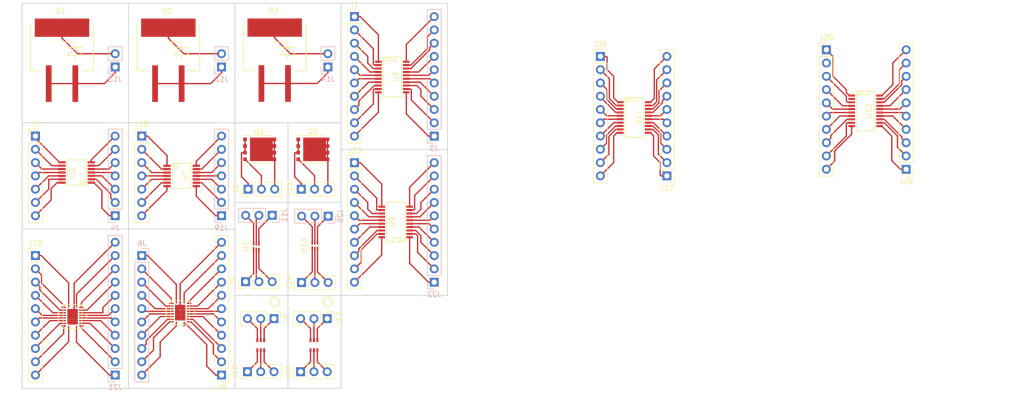
<source format=kicad_pcb>
(kicad_pcb (version 4) (host pcbnew 4.0.7)
  (layers (0 F.Cu signal) (31 B.Cu signal) (34 B.Paste user) (35 F.Paste user) (36 B.SilkS user) (37 F.SilkS user) (38 B.Mask user) (39 F.Mask user) (44 Edge.Cuts user))
  (net 0 "")
  (net 1 "Net-(D2-Pad2)")
  (net 2 "Net-(D2-Pad1)")
  (net 3 "Net-(J2-Pad1)")
  (net 4 "Net-(J2-Pad2)")
  (net 5 "Net-(J2-Pad3)")
  (net 6 "Net-(J1-Pad1)")
  (net 7 "Net-(J1-Pad2)")
  (net 8 "Net-(J1-Pad3)")
  (net 9 "Net-(J1-Pad4)")
  (net 10 "Net-(J1-Pad5)")
  (net 11 "Net-(J1-Pad6)")
  (net 12 "Net-(J3-Pad1)")
  (net 13 "Net-(J3-Pad2)")
  (net 14 "Net-(J3-Pad3)")
  (net 15 "Net-(J3-Pad4)")
  (net 16 "Net-(J3-Pad5)")
  (net 17 "Net-(J3-Pad6)")
  (net 18 "Net-(J3-Pad7)")
  (net 19 "Net-(J4-Pad1)")
  (net 20 "Net-(J4-Pad2)")
  (net 21 "Net-(J4-Pad3)")
  (net 22 "Net-(J4-Pad4)")
  (net 23 "Net-(J4-Pad5)")
  (net 24 "Net-(J4-Pad6)")
  (net 25 "Net-(J4-Pad7)")
  (net 26 "Net-(J5-Pad1)")
  (net 27 "Net-(J5-Pad2)")
  (net 28 "Net-(J5-Pad3)")
  (net 29 "Net-(J6-Pad1)")
  (net 30 "Net-(J6-Pad2)")
  (net 31 "Net-(J6-Pad3)")
  (net 32 "Net-(J6-Pad4)")
  (net 33 "Net-(J6-Pad5)")
  (net 34 "Net-(J6-Pad6)")
  (net 35 "Net-(J6-Pad7)")
  (net 36 "Net-(J6-Pad8)")
  (net 37 "Net-(J6-Pad9)")
  (net 38 "Net-(J6-Pad10)")
  (net 39 "Net-(J7-Pad1)")
  (net 40 "Net-(J7-Pad2)")
  (net 41 "Net-(J7-Pad3)")
  (net 42 "Net-(J7-Pad4)")
  (net 43 "Net-(J7-Pad5)")
  (net 44 "Net-(J7-Pad6)")
  (net 45 "Net-(J7-Pad7)")
  (net 46 "Net-(J8-Pad1)")
  (net 47 "Net-(J8-Pad2)")
  (net 48 "Net-(J8-Pad3)")
  (net 49 "Net-(J8-Pad4)")
  (net 50 "Net-(J8-Pad5)")
  (net 51 "Net-(J8-Pad6)")
  (net 52 "Net-(J8-Pad7)")
  (net 53 "Net-(J8-Pad8)")
  (net 54 "Net-(J8-Pad9)")
  (net 55 "Net-(J8-Pad10)")
  (net 56 "Net-(J8-Pad11)")
  (net 57 "Net-(J9-Pad1)")
  (net 58 "Net-(J9-Pad2)")
  (net 59 "Net-(J9-Pad3)")
  (net 60 "Net-(J10-Pad1)")
  (net 61 "Net-(J10-Pad2)")
  (net 62 "Net-(J10-Pad3)")
  (net 63 "Net-(J1-Pad7)")
  (net 64 "Net-(J1-Pad8)")
  (net 65 "Net-(J1-Pad9)")
  (net 66 "Net-(J1-Pad10)")
  (net 67 "Net-(J3-Pad8)")
  (net 68 "Net-(J3-Pad9)")
  (net 69 "Net-(J3-Pad10)")
  (net 70 "Net-(J11-Pad1)")
  (net 71 "Net-(J11-Pad2)")
  (net 72 "Net-(J11-Pad3)")
  (net 73 "Net-(D1-Pad2)")
  (net 74 "Net-(D1-Pad1)")
  (net 75 "Net-(D3-Pad2)")
  (net 76 "Net-(D3-Pad1)")
  (net 77 "Net-(J15-Pad1)")
  (net 78 "Net-(J15-Pad2)")
  (net 79 "Net-(J15-Pad3)")
  (net 80 "Net-(J16-Pad1)")
  (net 81 "Net-(J16-Pad2)")
  (net 82 "Net-(J16-Pad3)")
  (net 83 "Net-(J17-Pad1)")
  (net 84 "Net-(J17-Pad2)")
  (net 85 "Net-(J17-Pad3)")
  (net 86 "Net-(J18-Pad1)")
  (net 87 "Net-(J18-Pad2)")
  (net 88 "Net-(J18-Pad3)")
  (net 89 "Net-(J18-Pad4)")
  (net 90 "Net-(J18-Pad5)")
  (net 91 "Net-(J18-Pad6)")
  (net 92 "Net-(J18-Pad7)")
  (net 93 "Net-(J19-Pad1)")
  (net 94 "Net-(J19-Pad2)")
  (net 95 "Net-(J19-Pad3)")
  (net 96 "Net-(J19-Pad4)")
  (net 97 "Net-(J19-Pad5)")
  (net 98 "Net-(J19-Pad6)")
  (net 99 "Net-(J19-Pad7)")
  (net 100 "Net-(J20-Pad1)")
  (net 101 "Net-(J20-Pad2)")
  (net 102 "Net-(J20-Pad3)")
  (net 103 "Net-(J20-Pad4)")
  (net 104 "Net-(J20-Pad5)")
  (net 105 "Net-(J20-Pad6)")
  (net 106 "Net-(J20-Pad7)")
  (net 107 "Net-(J20-Pad8)")
  (net 108 "Net-(J20-Pad9)")
  (net 109 "Net-(J20-Pad10)")
  (net 110 "Net-(J21-Pad1)")
  (net 111 "Net-(J21-Pad2)")
  (net 112 "Net-(J21-Pad3)")
  (net 113 "Net-(J21-Pad4)")
  (net 114 "Net-(J21-Pad5)")
  (net 115 "Net-(J21-Pad6)")
  (net 116 "Net-(J21-Pad7)")
  (net 117 "Net-(J21-Pad8)")
  (net 118 "Net-(J21-Pad9)")
  (net 119 "Net-(J21-Pad10)")
  (net 120 "Net-(J21-Pad11)")
  (net 121 "Net-(J22-Pad1)")
  (net 122 "Net-(J22-Pad2)")
  (net 123 "Net-(J22-Pad3)")
  (net 124 "Net-(J22-Pad4)")
  (net 125 "Net-(J22-Pad5)")
  (net 126 "Net-(J22-Pad6)")
  (net 127 "Net-(J22-Pad7)")
  (net 128 "Net-(J22-Pad8)")
  (net 129 "Net-(J22-Pad9)")
  (net 130 "Net-(J22-Pad10)")
  (net 131 "Net-(J23-Pad1)")
  (net 132 "Net-(J23-Pad2)")
  (net 133 "Net-(J23-Pad3)")
  (net 134 "Net-(J23-Pad4)")
  (net 135 "Net-(J23-Pad5)")
  (net 136 "Net-(J23-Pad6)")
  (net 137 "Net-(J23-Pad7)")
  (net 138 "Net-(J23-Pad8)")
  (net 139 "Net-(J23-Pad9)")
  (net 140 "Net-(J23-Pad10)")
  (net 141 "Net-(J24-Pad1)")
  (net 142 "Net-(J24-Pad2)")
  (net 143 "Net-(J24-Pad3)")
  (net 144 "Net-(J25-Pad1)")
  (net 145 "Net-(J25-Pad2)")
  (net 146 "Net-(J25-Pad3)")
  (net 147 "Net-(J26-Pad1)")
  (net 148 "Net-(J26-Pad2)")
  (net 149 "Net-(J26-Pad3)")
  (net 150 "Net-(J26-Pad4)")
  (net 151 "Net-(J26-Pad5)")
  (net 152 "Net-(J26-Pad6)")
  (net 153 "Net-(J26-Pad7)")
  (net 154 "Net-(J26-Pad8)")
  (net 155 "Net-(J26-Pad9)")
  (net 156 "Net-(J26-Pad10)")
  (net 157 "Net-(J27-Pad1)")
  (net 158 "Net-(J27-Pad2)")
  (net 159 "Net-(J27-Pad3)")
  (net 160 "Net-(J27-Pad4)")
  (net 161 "Net-(J27-Pad5)")
  (net 162 "Net-(J27-Pad6)")
  (net 163 "Net-(J27-Pad7)")
  (net 164 "Net-(J27-Pad8)")
  (net 165 "Net-(J27-Pad9)")
  (net 166 "Net-(J27-Pad10)")
  (net 167 "Net-(J28-Pad1)")
  (net 168 "Net-(J28-Pad2)")
  (net 169 "Net-(J28-Pad3)")
  (net 170 "Net-(J28-Pad4)")
  (net 171 "Net-(J28-Pad5)")
  (net 172 "Net-(J28-Pad6)")
  (net 173 "Net-(J28-Pad7)")
  (net 174 "Net-(J28-Pad8)")
  (net 175 "Net-(J28-Pad9)")
  (net 176 "Net-(J28-Pad10)")
  (net 177 "Net-(J29-Pad1)")
  (net 178 "Net-(J29-Pad2)")
  (net 179 "Net-(J29-Pad3)")
  (net 180 "Net-(J29-Pad4)")
  (net 181 "Net-(J29-Pad5)")
  (net 182 "Net-(J29-Pad6)")
  (net 183 "Net-(J29-Pad7)")
  (net 184 "Net-(J29-Pad8)")
  (net 185 "Net-(J29-Pad9)")
  (net 186 "Net-(J29-Pad10)")
  (module Diodes_SMD:DD-PAK_TO263_SingleDiode (layer F.Cu) (at 60.96 23.59914)
    (fp_text reference D3 (at -0.20066 -9.4488) (layer F.SilkS))
    (fp_text value SM74611)
    (pad 2 smd rect (at 0 -6.25094) (size 10.40892 3.50012) (layers F.Cu F.Paste F.Mask) (net 75 "Net-(D3-Pad2)"))
    (pad 1 smd rect (at -2.54 4.43992) (size 1.09982 7.0104) (layers F.Cu F.Paste F.Mask) (net 76 "Net-(D3-Pad1)"))
    (pad 3 smd rect (at 2.54 4.43992) (size 1.09982 7.0104) (layers F.Cu F.Paste F.Mask) (net 76 "Net-(D3-Pad1)"))
  )
  (module Pin_Headers:Pin_Header_Straight_1x02_Pitch2.54mm (layer B.Cu) (at 71.12 24.892)
    (fp_text reference J14 (at 0 2.33) (layer B.SilkS) (effects (justify mirror)))
    (fp_text value Conn_01x02_Male)
    (pad 1 thru_hole rect (at 0 0) (size 1.7 1.7) (drill 1) (layers *.Cu *.Mask) (net 76 "Net-(D3-Pad1)"))
    (pad 2 thru_hole oval (at 0 -2.54) (size 1.7 1.7) (drill 1) (layers *.Cu *.Mask) (net 75 "Net-(D3-Pad2)"))
  )
  (module Diodes_SMD:DD-PAK_TO263_SingleDiode (layer F.Cu) (at 40.64 23.622)
    (fp_text reference D2 (at -0.20066 -9.4488) (layer F.SilkS))
    (fp_text value SM74611)
    (pad 2 smd rect (at 0 -6.25094) (size 10.40892 3.50012) (layers F.Cu F.Paste F.Mask) (net 1 "Net-(D2-Pad2)"))
    (pad 1 smd rect (at -2.54 4.43992) (size 1.09982 7.0104) (layers F.Cu F.Paste F.Mask) (net 2 "Net-(D2-Pad1)"))
    (pad 3 smd rect (at 2.54 4.43992) (size 1.09982 7.0104) (layers F.Cu F.Paste F.Mask) (net 2 "Net-(D2-Pad1)"))
  )
  (module kicad-libraries:SC70-6 (layer F.Cu) (at 58.293 78.105 180)
    (fp_text reference U1)
    (fp_text value INA214)
    (pad 1 smd rect (at -0.65 0.95 180) (size 0.4 0.7) (layers F.Cu F.Paste F.Mask) (net 57 "Net-(J9-Pad1)"))
    (pad 2 smd rect (at 0 0.95 180) (size 0.4 0.7) (layers F.Cu F.Paste F.Mask) (net 58 "Net-(J9-Pad2)"))
    (pad 3 smd rect (at 0.65 0.95 180) (size 0.4 0.7) (layers F.Cu F.Paste F.Mask) (net 59 "Net-(J9-Pad3)"))
    (pad 4 smd rect (at 0.65 -0.95 180) (size 0.4 0.7) (layers F.Cu F.Paste F.Mask) (net 60 "Net-(J10-Pad1)"))
    (pad 6 smd rect (at -0.65 -0.95 180) (size 0.4 0.7) (layers F.Cu F.Paste F.Mask) (net 62 "Net-(J10-Pad3)"))
    (pad 5 smd rect (at 0 -0.95 180) (size 0.4 0.7) (layers F.Cu F.Paste F.Mask) (net 61 "Net-(J10-Pad2)"))
  )
  (module Pin_Headers:Pin_Header_Straight_1x03_Pitch2.54mm (layer F.Cu) (at 60.833 73.025 270)
    (fp_text reference J9 (at 0 -2.33 270) (layer F.SilkS))
    (fp_text value Conn_01x03_Male)
    (pad 1 thru_hole rect (at 0 0 270) (size 1.7 1.7) (drill 1) (layers *.Cu *.Mask) (net 57 "Net-(J9-Pad1)"))
    (pad 2 thru_hole oval (at 0 2.54 270) (size 1.7 1.7) (drill 1) (layers *.Cu *.Mask) (net 58 "Net-(J9-Pad2)"))
    (pad 3 thru_hole oval (at 0 5.08 270) (size 1.7 1.7) (drill 1) (layers *.Cu *.Mask) (net 59 "Net-(J9-Pad3)"))
  )
  (module Pin_Headers:Pin_Header_Straight_1x03_Pitch2.54mm (layer F.Cu) (at 55.753 83.185 90)
    (fp_text reference J10 (at 0 -2.33 90) (layer F.SilkS))
    (fp_text value Conn_01x03_Male)
    (pad 1 thru_hole rect (at 0 0 90) (size 1.7 1.7) (drill 1) (layers *.Cu *.Mask) (net 60 "Net-(J10-Pad1)"))
    (pad 2 thru_hole oval (at 0 2.54 90) (size 1.7 1.7) (drill 1) (layers *.Cu *.Mask) (net 61 "Net-(J10-Pad2)"))
    (pad 3 thru_hole oval (at 0 5.08 90) (size 1.7 1.7) (drill 1) (layers *.Cu *.Mask) (net 62 "Net-(J10-Pad3)"))
  )
  (module Pin_Headers:Pin_Header_Straight_1x02_Pitch2.54mm (layer B.Cu) (at 50.8 24.892)
    (fp_text reference J12 (at 0 2.33) (layer B.SilkS) (effects (justify mirror)))
    (fp_text value Conn_01x02_Male)
    (pad 1 thru_hole rect (at 0 0) (size 1.7 1.7) (drill 1) (layers *.Cu *.Mask) (net 2 "Net-(D2-Pad1)"))
    (pad 2 thru_hole oval (at 0 -2.54) (size 1.7 1.7) (drill 1) (layers *.Cu *.Mask) (net 1 "Net-(D2-Pad2)"))
  )
  (module Diodes_SMD:DD-PAK_TO263_SingleDiode (layer F.Cu) (at 20.32 23.622)
    (fp_text reference D1 (at -0.20066 -9.4488) (layer F.SilkS))
    (fp_text value SM74611)
    (pad 2 smd rect (at 0 -6.25094) (size 10.40892 3.50012) (layers F.Cu F.Paste F.Mask) (net 73 "Net-(D1-Pad2)"))
    (pad 1 smd rect (at -2.54 4.43992) (size 1.09982 7.0104) (layers F.Cu F.Paste F.Mask) (net 74 "Net-(D1-Pad1)"))
    (pad 3 smd rect (at 2.54 4.43992) (size 1.09982 7.0104) (layers F.Cu F.Paste F.Mask) (net 74 "Net-(D1-Pad1)"))
  )
  (module Pin_Headers:Pin_Header_Straight_1x02_Pitch2.54mm (layer B.Cu) (at 30.48 24.892)
    (fp_text reference J13 (at 0 2.33) (layer B.SilkS) (effects (justify mirror)))
    (fp_text value Conn_01x02_Male)
    (pad 1 thru_hole rect (at 0 0) (size 1.7 1.7) (drill 1) (layers *.Cu *.Mask) (net 74 "Net-(D1-Pad1)"))
    (pad 2 thru_hole oval (at 0 -2.54) (size 1.7 1.7) (drill 1) (layers *.Cu *.Mask) (net 73 "Net-(D1-Pad2)"))
  )
  (module Pin_Headers:Pin_Header_Straight_1x03_Pitch2.54mm (layer F.Cu) (at 65.913 83.185 90)
    (fp_text reference J16 (at 0 -2.33 90) (layer F.SilkS))
    (fp_text value Conn_01x03_Male)
    (pad 1 thru_hole rect (at 0 0 90) (size 1.7 1.7) (drill 1) (layers *.Cu *.Mask) (net 80 "Net-(J16-Pad1)"))
    (pad 2 thru_hole oval (at 0 2.54 90) (size 1.7 1.7) (drill 1) (layers *.Cu *.Mask) (net 81 "Net-(J16-Pad2)"))
    (pad 3 thru_hole oval (at 0 5.08 90) (size 1.7 1.7) (drill 1) (layers *.Cu *.Mask) (net 82 "Net-(J16-Pad3)"))
  )
  (module Pin_Headers:Pin_Header_Straight_1x03_Pitch2.54mm (layer F.Cu) (at 70.993 73.025 270)
    (fp_text reference J17 (at 0 -2.33 270) (layer F.SilkS))
    (fp_text value Conn_01x03_Male)
    (pad 1 thru_hole rect (at 0 0 270) (size 1.7 1.7) (drill 1) (layers *.Cu *.Mask) (net 83 "Net-(J17-Pad1)"))
    (pad 2 thru_hole oval (at 0 2.54 270) (size 1.7 1.7) (drill 1) (layers *.Cu *.Mask) (net 84 "Net-(J17-Pad2)"))
    (pad 3 thru_hole oval (at 0 5.08 270) (size 1.7 1.7) (drill 1) (layers *.Cu *.Mask) (net 85 "Net-(J17-Pad3)"))
  )
  (module kicad-libraries:SC70-6 (layer F.Cu) (at 68.453 78.105)
    (fp_text reference U6)
    (fp_text value INA214)
    (pad 1 smd rect (at -0.65 0.95) (size 0.4 0.7) (layers F.Cu F.Paste F.Mask) (net 80 "Net-(J16-Pad1)"))
    (pad 2 smd rect (at 0 0.95) (size 0.4 0.7) (layers F.Cu F.Paste F.Mask) (net 81 "Net-(J16-Pad2)"))
    (pad 3 smd rect (at 0.65 0.95) (size 0.4 0.7) (layers F.Cu F.Paste F.Mask) (net 82 "Net-(J16-Pad3)"))
    (pad 4 smd rect (at 0.65 -0.95) (size 0.4 0.7) (layers F.Cu F.Paste F.Mask) (net 83 "Net-(J17-Pad1)"))
    (pad 6 smd rect (at -0.65 -0.95) (size 0.4 0.7) (layers F.Cu F.Paste F.Mask) (net 85 "Net-(J17-Pad3)"))
    (pad 5 smd rect (at 0 -0.95) (size 0.4 0.7) (layers F.Cu F.Paste F.Mask) (net 84 "Net-(J17-Pad2)"))
  )
  (module Pin_Headers:Pin_Header_Straight_1x07_Pitch2.54mm (layer F.Cu) (at 35.56 38.1)
    (fp_text reference J18 (at 0 -2.33) (layer F.SilkS))
    (fp_text value Conn_01x07_Male)
    (pad 1 thru_hole rect (at 0 0) (size 1.7 1.7) (drill 1) (layers *.Cu *.Mask) (net 86 "Net-(J18-Pad1)"))
    (pad 2 thru_hole oval (at 0 2.54) (size 1.7 1.7) (drill 1) (layers *.Cu *.Mask) (net 87 "Net-(J18-Pad2)"))
    (pad 3 thru_hole oval (at 0 5.08) (size 1.7 1.7) (drill 1) (layers *.Cu *.Mask) (net 88 "Net-(J18-Pad3)"))
    (pad 4 thru_hole oval (at 0 7.62) (size 1.7 1.7) (drill 1) (layers *.Cu *.Mask) (net 89 "Net-(J18-Pad4)"))
    (pad 5 thru_hole oval (at 0 10.16) (size 1.7 1.7) (drill 1) (layers *.Cu *.Mask) (net 90 "Net-(J18-Pad5)"))
    (pad 6 thru_hole oval (at 0 12.7) (size 1.7 1.7) (drill 1) (layers *.Cu *.Mask) (net 91 "Net-(J18-Pad6)"))
    (pad 7 thru_hole oval (at 0 15.24) (size 1.7 1.7) (drill 1) (layers *.Cu *.Mask) (net 92 "Net-(J18-Pad7)"))
  )
  (module Pin_Headers:Pin_Header_Straight_1x07_Pitch2.54mm (layer B.Cu) (at 50.8 53.34)
    (fp_text reference J19 (at 0 2.33) (layer B.SilkS) (effects (justify mirror)))
    (fp_text value Conn_01x07_Male)
    (pad 1 thru_hole rect (at 0 0) (size 1.7 1.7) (drill 1) (layers *.Cu *.Mask) (net 93 "Net-(J19-Pad1)"))
    (pad 2 thru_hole oval (at 0 -2.54) (size 1.7 1.7) (drill 1) (layers *.Cu *.Mask) (net 94 "Net-(J19-Pad2)"))
    (pad 3 thru_hole oval (at 0 -5.08) (size 1.7 1.7) (drill 1) (layers *.Cu *.Mask) (net 95 "Net-(J19-Pad3)"))
    (pad 4 thru_hole oval (at 0 -7.62) (size 1.7 1.7) (drill 1) (layers *.Cu *.Mask) (net 96 "Net-(J19-Pad4)"))
    (pad 5 thru_hole oval (at 0 -10.16) (size 1.7 1.7) (drill 1) (layers *.Cu *.Mask) (net 97 "Net-(J19-Pad5)"))
    (pad 6 thru_hole oval (at 0 -12.7) (size 1.7 1.7) (drill 1) (layers *.Cu *.Mask) (net 98 "Net-(J19-Pad6)"))
    (pad 7 thru_hole oval (at 0 -15.24) (size 1.7 1.7) (drill 1) (layers *.Cu *.Mask) (net 99 "Net-(J19-Pad7)"))
  )
  (module SMD_Packages:SSOP-14 (layer F.Cu) (at 43.18 45.72 270)
    (fp_text reference U7 (at 0 -0.762 270) (layer F.SilkS))
    (fp_text value ADA4891-4)
    (pad 1 smd rect (at -1.9304 2.794 270) (size 0.4318 1.397) (layers F.Cu F.Paste F.Mask) (net 86 "Net-(J18-Pad1)"))
    (pad 2 smd rect (at -1.2954 2.794 270) (size 0.4318 1.397) (layers F.Cu F.Paste F.Mask) (net 87 "Net-(J18-Pad2)"))
    (pad 3 smd rect (at -0.635 2.794 270) (size 0.4318 1.397) (layers F.Cu F.Paste F.Mask) (net 88 "Net-(J18-Pad3)"))
    (pad 4 smd rect (at 0 2.794 270) (size 0.4318 1.397) (layers F.Cu F.Paste F.Mask) (net 89 "Net-(J18-Pad4)"))
    (pad 5 smd rect (at 0.6604 2.794 270) (size 0.4318 1.397) (layers F.Cu F.Paste F.Mask) (net 90 "Net-(J18-Pad5)"))
    (pad 6 smd rect (at 1.3081 2.794 270) (size 0.4318 1.397) (layers F.Cu F.Paste F.Mask) (net 91 "Net-(J18-Pad6)"))
    (pad 7 smd rect (at 1.9558 2.794 270) (size 0.4318 1.397) (layers F.Cu F.Paste F.Mask) (net 92 "Net-(J18-Pad7)"))
    (pad 8 smd rect (at 1.9558 -2.794 270) (size 0.4318 1.397) (layers F.Cu F.Paste F.Mask) (net 93 "Net-(J19-Pad1)"))
    (pad 9 smd rect (at 1.3081 -2.794 270) (size 0.4318 1.397) (layers F.Cu F.Paste F.Mask) (net 94 "Net-(J19-Pad2)"))
    (pad 10 smd rect (at 0.6604 -2.794 270) (size 0.4318 1.397) (layers F.Cu F.Paste F.Mask) (net 95 "Net-(J19-Pad3)"))
    (pad 11 smd rect (at 0 -2.794 270) (size 0.4318 1.397) (layers F.Cu F.Paste F.Mask) (net 96 "Net-(J19-Pad4)"))
    (pad 12 smd rect (at -0.6477 -2.794 270) (size 0.4318 1.397) (layers F.Cu F.Paste F.Mask) (net 97 "Net-(J19-Pad5)"))
    (pad 13 smd rect (at -1.2954 -2.794 270) (size 0.4318 1.397) (layers F.Cu F.Paste F.Mask) (net 98 "Net-(J19-Pad6)"))
    (pad 14 smd rect (at -1.9431 -2.794 270) (size 0.4318 1.397) (layers F.Cu F.Paste F.Mask) (net 99 "Net-(J19-Pad7)"))
  )
  (module Pin_Headers:Pin_Header_Straight_1x03_Pitch2.54mm (layer F.Cu) (at 66.098382 66.115166 90)
    (fp_text reference J24 (at 0 -2.33 90) (layer F.SilkS))
    (fp_text value Conn_01x03_Male)
    (pad 1 thru_hole rect (at 0 0 90) (size 1.7 1.7) (drill 1) (layers *.Cu *.Mask) (net 141 "Net-(J24-Pad1)"))
    (pad 2 thru_hole oval (at 0 2.54 90) (size 1.7 1.7) (drill 1) (layers *.Cu *.Mask) (net 142 "Net-(J24-Pad2)"))
    (pad 3 thru_hole oval (at 0 5.08 90) (size 1.7 1.7) (drill 1) (layers *.Cu *.Mask) (net 143 "Net-(J24-Pad3)"))
  )
  (module Pin_Headers:Pin_Header_Straight_1x03_Pitch2.54mm (layer B.Cu) (at 71.178382 53.415166 90)
    (fp_text reference J25 (at 0 2.33 90) (layer B.SilkS) (effects (justify mirror)))
    (fp_text value Conn_01x03_Male)
    (pad 1 thru_hole rect (at 0 0 90) (size 1.7 1.7) (drill 1) (layers *.Cu *.Mask) (net 144 "Net-(J25-Pad1)"))
    (pad 2 thru_hole oval (at 0 -2.54 90) (size 1.7 1.7) (drill 1) (layers *.Cu *.Mask) (net 145 "Net-(J25-Pad2)"))
    (pad 3 thru_hole oval (at 0 -5.08 90) (size 1.7 1.7) (drill 1) (layers *.Cu *.Mask) (net 146 "Net-(J25-Pad3)"))
  )
  (module Housings_SON:WSON6_1.5x1.5mm_Pitch0.5mm (layer F.Cu) (at 68.638382 59.070166 90)
    (fp_text reference U10 (at 0 -2 90) (layer F.SilkS))
    (fp_text value bq297xx)
    (pad 1 smd rect (at -0.525 -0.5) (size 0.28 0.85) (layers F.Cu F.Paste F.Mask) (net 141 "Net-(J24-Pad1)"))
    (pad 2 smd rect (at -0.575 0) (size 0.28 0.75) (layers F.Cu F.Paste F.Mask) (net 142 "Net-(J24-Pad2)"))
    (pad 3 smd rect (at -0.575 0.5) (size 0.28 0.75) (layers F.Cu F.Paste F.Mask) (net 143 "Net-(J24-Pad3)"))
    (pad 4 smd rect (at 0.575 0.5) (size 0.28 0.75) (layers F.Cu F.Paste F.Mask) (net 144 "Net-(J25-Pad1)"))
    (pad 5 smd rect (at 0.575 0) (size 0.28 0.75) (layers F.Cu F.Paste F.Mask) (net 145 "Net-(J25-Pad2)"))
    (pad 6 smd rect (at 0.575 -0.5) (size 0.28 0.75) (layers F.Cu F.Paste F.Mask) (net 146 "Net-(J25-Pad3)"))
  )
  (module Pin_Headers:Pin_Header_Straight_1x03_Pitch2.54mm (layer F.Cu) (at 55.400312 65.970536 90)
    (fp_text reference J2 (at 0 -2.33 90) (layer F.SilkS))
    (fp_text value Conn_01x03_Male)
    (pad 1 thru_hole rect (at 0 0 90) (size 1.7 1.7) (drill 1) (layers *.Cu *.Mask) (net 3 "Net-(J2-Pad1)"))
    (pad 2 thru_hole oval (at 0 2.54 90) (size 1.7 1.7) (drill 1) (layers *.Cu *.Mask) (net 4 "Net-(J2-Pad2)"))
    (pad 3 thru_hole oval (at 0 5.08 90) (size 1.7 1.7) (drill 1) (layers *.Cu *.Mask) (net 5 "Net-(J2-Pad3)"))
  )
  (module Pin_Headers:Pin_Header_Straight_1x03_Pitch2.54mm (layer B.Cu) (at 60.480312 53.270536 90)
    (fp_text reference J11 (at 0 2.33 90) (layer B.SilkS) (effects (justify mirror)))
    (fp_text value Conn_01x03_Male)
    (pad 1 thru_hole rect (at 0 0 90) (size 1.7 1.7) (drill 1) (layers *.Cu *.Mask) (net 70 "Net-(J11-Pad1)"))
    (pad 2 thru_hole oval (at 0 -2.54 90) (size 1.7 1.7) (drill 1) (layers *.Cu *.Mask) (net 71 "Net-(J11-Pad2)"))
    (pad 3 thru_hole oval (at 0 -5.08 90) (size 1.7 1.7) (drill 1) (layers *.Cu *.Mask) (net 72 "Net-(J11-Pad3)"))
  )
  (module Housings_SON:WSON6_1.5x1.5mm_Pitch0.5mm (layer F.Cu) (at 57.440312 59.250536 90)
    (fp_text reference U2 (at 0 -2 90) (layer F.SilkS))
    (fp_text value bq297xx)
    (pad 1 smd rect (at -0.525 -0.5) (size 0.28 0.85) (layers F.Cu F.Paste F.Mask) (net 3 "Net-(J2-Pad1)"))
    (pad 2 smd rect (at -0.575 0) (size 0.28 0.75) (layers F.Cu F.Paste F.Mask) (net 4 "Net-(J2-Pad2)"))
    (pad 3 smd rect (at -0.575 0.5) (size 0.28 0.75) (layers F.Cu F.Paste F.Mask) (net 5 "Net-(J2-Pad3)"))
    (pad 4 smd rect (at 0.575 0.5) (size 0.28 0.75) (layers F.Cu F.Paste F.Mask) (net 70 "Net-(J11-Pad1)"))
    (pad 5 smd rect (at 0.575 0) (size 0.28 0.75) (layers F.Cu F.Paste F.Mask) (net 71 "Net-(J11-Pad2)"))
    (pad 6 smd rect (at 0.575 -0.5) (size 0.28 0.75) (layers F.Cu F.Paste F.Mask) (net 72 "Net-(J11-Pad3)"))
  )
  (module Pin_Headers:Pin_Header_Straight_1x07_Pitch2.54mm (layer B.Cu) (at 30.48 53.34)
    (fp_text reference J4 (at 0 2.33) (layer B.SilkS) (effects (justify mirror)))
    (fp_text value Conn_01x07_Male)
    (pad 1 thru_hole rect (at 0 0) (size 1.7 1.7) (drill 1) (layers *.Cu *.Mask) (net 19 "Net-(J4-Pad1)"))
    (pad 2 thru_hole oval (at 0 -2.54) (size 1.7 1.7) (drill 1) (layers *.Cu *.Mask) (net 20 "Net-(J4-Pad2)"))
    (pad 3 thru_hole oval (at 0 -5.08) (size 1.7 1.7) (drill 1) (layers *.Cu *.Mask) (net 21 "Net-(J4-Pad3)"))
    (pad 4 thru_hole oval (at 0 -7.62) (size 1.7 1.7) (drill 1) (layers *.Cu *.Mask) (net 22 "Net-(J4-Pad4)"))
    (pad 5 thru_hole oval (at 0 -10.16) (size 1.7 1.7) (drill 1) (layers *.Cu *.Mask) (net 23 "Net-(J4-Pad5)"))
    (pad 6 thru_hole oval (at 0 -12.7) (size 1.7 1.7) (drill 1) (layers *.Cu *.Mask) (net 24 "Net-(J4-Pad6)"))
    (pad 7 thru_hole oval (at 0 -15.24) (size 1.7 1.7) (drill 1) (layers *.Cu *.Mask) (net 25 "Net-(J4-Pad7)"))
  )
  (module Pin_Headers:Pin_Header_Straight_1x07_Pitch2.54mm (layer F.Cu) (at 15.24 38.1)
    (fp_text reference J7 (at 0 -2.33) (layer F.SilkS))
    (fp_text value Conn_01x07_Male)
    (pad 1 thru_hole rect (at 0 0) (size 1.7 1.7) (drill 1) (layers *.Cu *.Mask) (net 39 "Net-(J7-Pad1)"))
    (pad 2 thru_hole oval (at 0 2.54) (size 1.7 1.7) (drill 1) (layers *.Cu *.Mask) (net 40 "Net-(J7-Pad2)"))
    (pad 3 thru_hole oval (at 0 5.08) (size 1.7 1.7) (drill 1) (layers *.Cu *.Mask) (net 41 "Net-(J7-Pad3)"))
    (pad 4 thru_hole oval (at 0 7.62) (size 1.7 1.7) (drill 1) (layers *.Cu *.Mask) (net 42 "Net-(J7-Pad4)"))
    (pad 5 thru_hole oval (at 0 10.16) (size 1.7 1.7) (drill 1) (layers *.Cu *.Mask) (net 43 "Net-(J7-Pad5)"))
    (pad 6 thru_hole oval (at 0 12.7) (size 1.7 1.7) (drill 1) (layers *.Cu *.Mask) (net 44 "Net-(J7-Pad6)"))
    (pad 7 thru_hole oval (at 0 15.24) (size 1.7 1.7) (drill 1) (layers *.Cu *.Mask) (net 45 "Net-(J7-Pad7)"))
  )
  (module SMD_Packages:SSOP-14 (layer F.Cu) (at 23.114 45.0723 90)
    (fp_text reference U5 (at 0 -0.762 90) (layer F.SilkS))
    (fp_text value ADA4891-4)
    (pad 1 smd rect (at -1.9304 2.794 90) (size 0.4318 1.397) (layers F.Cu F.Paste F.Mask) (net 19 "Net-(J4-Pad1)"))
    (pad 2 smd rect (at -1.2954 2.794 90) (size 0.4318 1.397) (layers F.Cu F.Paste F.Mask) (net 20 "Net-(J4-Pad2)"))
    (pad 3 smd rect (at -0.635 2.794 90) (size 0.4318 1.397) (layers F.Cu F.Paste F.Mask) (net 21 "Net-(J4-Pad3)"))
    (pad 4 smd rect (at 0 2.794 90) (size 0.4318 1.397) (layers F.Cu F.Paste F.Mask) (net 22 "Net-(J4-Pad4)"))
    (pad 5 smd rect (at 0.6604 2.794 90) (size 0.4318 1.397) (layers F.Cu F.Paste F.Mask) (net 23 "Net-(J4-Pad5)"))
    (pad 6 smd rect (at 1.3081 2.794 90) (size 0.4318 1.397) (layers F.Cu F.Paste F.Mask) (net 24 "Net-(J4-Pad6)"))
    (pad 7 smd rect (at 1.9558 2.794 90) (size 0.4318 1.397) (layers F.Cu F.Paste F.Mask) (net 25 "Net-(J4-Pad7)"))
    (pad 8 smd rect (at 1.9558 -2.794 90) (size 0.4318 1.397) (layers F.Cu F.Paste F.Mask) (net 39 "Net-(J7-Pad1)"))
    (pad 9 smd rect (at 1.3081 -2.794 90) (size 0.4318 1.397) (layers F.Cu F.Paste F.Mask) (net 40 "Net-(J7-Pad2)"))
    (pad 10 smd rect (at 0.6604 -2.794 90) (size 0.4318 1.397) (layers F.Cu F.Paste F.Mask) (net 41 "Net-(J7-Pad3)"))
    (pad 11 smd rect (at 0 -2.794 90) (size 0.4318 1.397) (layers F.Cu F.Paste F.Mask) (net 42 "Net-(J7-Pad4)"))
    (pad 12 smd rect (at -0.6477 -2.794 90) (size 0.4318 1.397) (layers F.Cu F.Paste F.Mask) (net 43 "Net-(J7-Pad5)"))
    (pad 13 smd rect (at -1.2954 -2.794 90) (size 0.4318 1.397) (layers F.Cu F.Paste F.Mask) (net 44 "Net-(J7-Pad6)"))
    (pad 14 smd rect (at -1.9431 -2.794 90) (size 0.4318 1.397) (layers F.Cu F.Paste F.Mask) (net 45 "Net-(J7-Pad7)"))
  )
  (module Pin_Headers:Pin_Header_Straight_1x03_Pitch2.54mm (layer F.Cu) (at 55.88 48.26 90)
    (fp_text reference J5 (at 0 -2.33 90) (layer F.SilkS))
    (fp_text value Conn_01x03_Male)
    (pad 1 thru_hole rect (at 0 0 90) (size 1.7 1.7) (drill 1) (layers *.Cu *.Mask) (net 26 "Net-(J5-Pad1)"))
    (pad 2 thru_hole oval (at 0 2.54 90) (size 1.7 1.7) (drill 1) (layers *.Cu *.Mask) (net 27 "Net-(J5-Pad2)"))
    (pad 3 thru_hole oval (at 0 5.08 90) (size 1.7 1.7) (drill 1) (layers *.Cu *.Mask) (net 28 "Net-(J5-Pad3)"))
  )
  (module Pin_Headers:Pin_Header_Straight_1x03_Pitch2.54mm (layer F.Cu) (at 66.04 48.26 90)
    (fp_text reference J15 (at 0 -2.33 90) (layer F.SilkS))
    (fp_text value Conn_01x03_Male)
    (pad 1 thru_hole rect (at 0 0 90) (size 1.7 1.7) (drill 1) (layers *.Cu *.Mask) (net 77 "Net-(J15-Pad1)"))
    (pad 2 thru_hole oval (at 0 2.54 90) (size 1.7 1.7) (drill 1) (layers *.Cu *.Mask) (net 78 "Net-(J15-Pad2)"))
    (pad 3 thru_hole oval (at 0 5.08 90) (size 1.7 1.7) (drill 1) (layers *.Cu *.Mask) (net 79 "Net-(J15-Pad3)"))
  )
  (module Housings_SON:VSONP-8-1EP_5x6_Pitch1.27mm (layer F.Cu) (at 58.09 40.64)
    (fp_text reference Q1 (at 0 -3.4) (layer F.SilkS))
    (fp_text value BSC026NE2LS5)
    (pad 3 smd rect (at 0.33 0) (size 4.35 4.51) (layers F.Cu F.Mask) (net 28 "Net-(J5-Pad3)"))
    (pad 1 smd rect (at -2.8 0.635) (size 0.7 0.7) (layers F.Cu F.Paste F.Mask) (net 26 "Net-(J5-Pad1)"))
    (pad 1 smd rect (at -2.8 -0.635) (size 0.7 0.7) (layers F.Cu F.Paste F.Mask) (net 26 "Net-(J5-Pad1)"))
    (pad 1 smd rect (at -2.8 -1.905) (size 0.7 0.7) (layers F.Cu F.Paste F.Mask) (net 26 "Net-(J5-Pad1)"))
    (pad 2 smd rect (at -2.8 1.905) (size 0.7 0.7) (layers F.Cu F.Paste F.Mask) (net 27 "Net-(J5-Pad2)"))
    (pad 3 smd rect (at 2.8 1.905) (size 0.7 0.7) (layers F.Cu F.Paste F.Mask) (net 28 "Net-(J5-Pad3)"))
    (pad 3 smd rect (at 2.8 -1.905) (size 0.7 0.7) (layers F.Cu F.Paste F.Mask) (net 28 "Net-(J5-Pad3)"))
    (pad 3 smd rect (at 2.8 -0.635) (size 0.7 0.7) (layers F.Cu F.Paste F.Mask) (net 28 "Net-(J5-Pad3)"))
    (pad 3 smd rect (at 2.8 0.635) (size 0.7 0.7) (layers F.Cu F.Paste F.Mask) (net 28 "Net-(J5-Pad3)"))
  )
  (module Housings_SON:VSONP-8-1EP_5x6_Pitch1.27mm (layer F.Cu) (at 68.25 40.64)
    (fp_text reference Q2 (at 0 -3.4) (layer F.SilkS))
    (fp_text value BSC026NE2LS5)
    (pad 3 smd rect (at 0.33 0) (size 4.35 4.51) (layers F.Cu F.Mask) (net 79 "Net-(J15-Pad3)"))
    (pad 1 smd rect (at -2.8 0.635) (size 0.7 0.7) (layers F.Cu F.Paste F.Mask) (net 77 "Net-(J15-Pad1)"))
    (pad 1 smd rect (at -2.8 -0.635) (size 0.7 0.7) (layers F.Cu F.Paste F.Mask) (net 77 "Net-(J15-Pad1)"))
    (pad 1 smd rect (at -2.8 -1.905) (size 0.7 0.7) (layers F.Cu F.Paste F.Mask) (net 77 "Net-(J15-Pad1)"))
    (pad 2 smd rect (at -2.8 1.905) (size 0.7 0.7) (layers F.Cu F.Paste F.Mask) (net 78 "Net-(J15-Pad2)"))
    (pad 3 smd rect (at 2.8 1.905) (size 0.7 0.7) (layers F.Cu F.Paste F.Mask) (net 79 "Net-(J15-Pad3)"))
    (pad 3 smd rect (at 2.8 -1.905) (size 0.7 0.7) (layers F.Cu F.Paste F.Mask) (net 79 "Net-(J15-Pad3)"))
    (pad 3 smd rect (at 2.8 -0.635) (size 0.7 0.7) (layers F.Cu F.Paste F.Mask) (net 79 "Net-(J15-Pad3)"))
    (pad 3 smd rect (at 2.8 0.635) (size 0.7 0.7) (layers F.Cu F.Paste F.Mask) (net 79 "Net-(J15-Pad3)"))
  )
  (module Pin_Headers:Pin_Header_Straight_1x10_Pitch2.54mm (layer F.Cu) (at 76.2 15.25)
    (fp_text reference J1 (at 0 -2.33) (layer F.SilkS))
    (fp_text value Conn_01x10_Male)
    (pad 1 thru_hole rect (at 0 0) (size 1.7 1.7) (drill 1) (layers *.Cu *.Mask) (net 6 "Net-(J1-Pad1)"))
    (pad 2 thru_hole oval (at 0 2.54) (size 1.7 1.7) (drill 1) (layers *.Cu *.Mask) (net 7 "Net-(J1-Pad2)"))
    (pad 3 thru_hole oval (at 0 5.08) (size 1.7 1.7) (drill 1) (layers *.Cu *.Mask) (net 8 "Net-(J1-Pad3)"))
    (pad 4 thru_hole oval (at 0 7.62) (size 1.7 1.7) (drill 1) (layers *.Cu *.Mask) (net 9 "Net-(J1-Pad4)"))
    (pad 5 thru_hole oval (at 0 10.16) (size 1.7 1.7) (drill 1) (layers *.Cu *.Mask) (net 10 "Net-(J1-Pad5)"))
    (pad 6 thru_hole oval (at 0 12.7) (size 1.7 1.7) (drill 1) (layers *.Cu *.Mask) (net 11 "Net-(J1-Pad6)"))
    (pad 7 thru_hole oval (at 0 15.24) (size 1.7 1.7) (drill 1) (layers *.Cu *.Mask) (net 63 "Net-(J1-Pad7)"))
    (pad 8 thru_hole oval (at 0 17.78) (size 1.7 1.7) (drill 1) (layers *.Cu *.Mask) (net 64 "Net-(J1-Pad8)"))
    (pad 9 thru_hole oval (at 0 20.32) (size 1.7 1.7) (drill 1) (layers *.Cu *.Mask) (net 65 "Net-(J1-Pad9)"))
    (pad 10 thru_hole oval (at 0 22.86) (size 1.7 1.7) (drill 1) (layers *.Cu *.Mask) (net 66 "Net-(J1-Pad10)"))
  )
  (module Pin_Headers:Pin_Header_Straight_1x10_Pitch2.54mm (layer B.Cu) (at 91.44 38.11)
    (fp_text reference J3 (at 0 2.33) (layer B.SilkS) (effects (justify mirror)))
    (fp_text value Conn_01x10_Male)
    (pad 1 thru_hole rect (at 0 0) (size 1.7 1.7) (drill 1) (layers *.Cu *.Mask) (net 12 "Net-(J3-Pad1)"))
    (pad 2 thru_hole oval (at 0 -2.54) (size 1.7 1.7) (drill 1) (layers *.Cu *.Mask) (net 13 "Net-(J3-Pad2)"))
    (pad 3 thru_hole oval (at 0 -5.08) (size 1.7 1.7) (drill 1) (layers *.Cu *.Mask) (net 14 "Net-(J3-Pad3)"))
    (pad 4 thru_hole oval (at 0 -7.62) (size 1.7 1.7) (drill 1) (layers *.Cu *.Mask) (net 15 "Net-(J3-Pad4)"))
    (pad 5 thru_hole oval (at 0 -10.16) (size 1.7 1.7) (drill 1) (layers *.Cu *.Mask) (net 16 "Net-(J3-Pad5)"))
    (pad 6 thru_hole oval (at 0 -12.7) (size 1.7 1.7) (drill 1) (layers *.Cu *.Mask) (net 17 "Net-(J3-Pad6)"))
    (pad 7 thru_hole oval (at 0 -15.24) (size 1.7 1.7) (drill 1) (layers *.Cu *.Mask) (net 18 "Net-(J3-Pad7)"))
    (pad 8 thru_hole oval (at 0 -17.78) (size 1.7 1.7) (drill 1) (layers *.Cu *.Mask) (net 67 "Net-(J3-Pad8)"))
    (pad 9 thru_hole oval (at 0 -20.32) (size 1.7 1.7) (drill 1) (layers *.Cu *.Mask) (net 68 "Net-(J3-Pad9)"))
    (pad 10 thru_hole oval (at 0 -22.86) (size 1.7 1.7) (drill 1) (layers *.Cu *.Mask) (net 69 "Net-(J3-Pad10)"))
  )
  (module Pin_Headers:Pin_Header_Straight_1x10_Pitch2.54mm (layer B.Cu) (at 91.44 66.05)
    (fp_text reference J22 (at 0 2.33) (layer B.SilkS) (effects (justify mirror)))
    (fp_text value Conn_01x10_Male)
    (pad 1 thru_hole rect (at 0 0) (size 1.7 1.7) (drill 1) (layers *.Cu *.Mask) (net 121 "Net-(J22-Pad1)"))
    (pad 2 thru_hole oval (at 0 -2.54) (size 1.7 1.7) (drill 1) (layers *.Cu *.Mask) (net 122 "Net-(J22-Pad2)"))
    (pad 3 thru_hole oval (at 0 -5.08) (size 1.7 1.7) (drill 1) (layers *.Cu *.Mask) (net 123 "Net-(J22-Pad3)"))
    (pad 4 thru_hole oval (at 0 -7.62) (size 1.7 1.7) (drill 1) (layers *.Cu *.Mask) (net 124 "Net-(J22-Pad4)"))
    (pad 5 thru_hole oval (at 0 -10.16) (size 1.7 1.7) (drill 1) (layers *.Cu *.Mask) (net 125 "Net-(J22-Pad5)"))
    (pad 6 thru_hole oval (at 0 -12.7) (size 1.7 1.7) (drill 1) (layers *.Cu *.Mask) (net 126 "Net-(J22-Pad6)"))
    (pad 7 thru_hole oval (at 0 -15.24) (size 1.7 1.7) (drill 1) (layers *.Cu *.Mask) (net 127 "Net-(J22-Pad7)"))
    (pad 8 thru_hole oval (at 0 -17.78) (size 1.7 1.7) (drill 1) (layers *.Cu *.Mask) (net 128 "Net-(J22-Pad8)"))
    (pad 9 thru_hole oval (at 0 -20.32) (size 1.7 1.7) (drill 1) (layers *.Cu *.Mask) (net 129 "Net-(J22-Pad9)"))
    (pad 10 thru_hole oval (at 0 -22.86) (size 1.7 1.7) (drill 1) (layers *.Cu *.Mask) (net 130 "Net-(J22-Pad10)"))
  )
  (module Pin_Headers:Pin_Header_Straight_1x10_Pitch2.54mm (layer F.Cu) (at 76.2 43.19)
    (fp_text reference J23 (at 0 -2.33) (layer F.SilkS))
    (fp_text value Conn_01x10_Male)
    (pad 1 thru_hole rect (at 0 0) (size 1.7 1.7) (drill 1) (layers *.Cu *.Mask) (net 131 "Net-(J23-Pad1)"))
    (pad 2 thru_hole oval (at 0 2.54) (size 1.7 1.7) (drill 1) (layers *.Cu *.Mask) (net 132 "Net-(J23-Pad2)"))
    (pad 3 thru_hole oval (at 0 5.08) (size 1.7 1.7) (drill 1) (layers *.Cu *.Mask) (net 133 "Net-(J23-Pad3)"))
    (pad 4 thru_hole oval (at 0 7.62) (size 1.7 1.7) (drill 1) (layers *.Cu *.Mask) (net 134 "Net-(J23-Pad4)"))
    (pad 5 thru_hole oval (at 0 10.16) (size 1.7 1.7) (drill 1) (layers *.Cu *.Mask) (net 135 "Net-(J23-Pad5)"))
    (pad 6 thru_hole oval (at 0 12.7) (size 1.7 1.7) (drill 1) (layers *.Cu *.Mask) (net 136 "Net-(J23-Pad6)"))
    (pad 7 thru_hole oval (at 0 15.24) (size 1.7 1.7) (drill 1) (layers *.Cu *.Mask) (net 137 "Net-(J23-Pad7)"))
    (pad 8 thru_hole oval (at 0 17.78) (size 1.7 1.7) (drill 1) (layers *.Cu *.Mask) (net 138 "Net-(J23-Pad8)"))
    (pad 9 thru_hole oval (at 0 20.32) (size 1.7 1.7) (drill 1) (layers *.Cu *.Mask) (net 139 "Net-(J23-Pad9)"))
    (pad 10 thru_hole oval (at 0 22.86) (size 1.7 1.7) (drill 1) (layers *.Cu *.Mask) (net 140 "Net-(J23-Pad10)"))
  )
  (module SMD_Packages:SSOP-20 (layer F.Cu) (at 83.439 26.807 270)
    (fp_text reference U3 (at 0 -0.635 270) (layer F.SilkS))
    (fp_text value LM21215)
    (pad 1 smd rect (at -2.921 2.667 270) (size 0.4064 1.27) (layers F.Cu F.Paste F.Mask) (net 6 "Net-(J1-Pad1)"))
    (pad 2 smd rect (at -2.286 2.667 270) (size 0.4064 1.27) (layers F.Cu F.Paste F.Mask) (net 7 "Net-(J1-Pad2)"))
    (pad 3 smd rect (at -1.6256 2.667 270) (size 0.4064 1.27) (layers F.Cu F.Paste F.Mask) (net 8 "Net-(J1-Pad3)"))
    (pad 4 smd rect (at -0.9652 2.667 270) (size 0.4064 1.27) (layers F.Cu F.Paste F.Mask) (net 9 "Net-(J1-Pad4)"))
    (pad 5 smd rect (at -0.3302 2.667 270) (size 0.4064 1.27) (layers F.Cu F.Paste F.Mask) (net 10 "Net-(J1-Pad5)"))
    (pad 6 smd rect (at 0.3302 2.667 270) (size 0.4064 1.27) (layers F.Cu F.Paste F.Mask) (net 11 "Net-(J1-Pad6)"))
    (pad 7 smd rect (at 0.9906 2.667 270) (size 0.4064 1.27) (layers F.Cu F.Paste F.Mask) (net 63 "Net-(J1-Pad7)"))
    (pad 8 smd rect (at 1.6256 2.667 270) (size 0.4064 1.27) (layers F.Cu F.Paste F.Mask) (net 64 "Net-(J1-Pad8)"))
    (pad 9 smd rect (at 2.286 2.667 270) (size 0.4064 1.27) (layers F.Cu F.Paste F.Mask) (net 65 "Net-(J1-Pad9)"))
    (pad 10 smd rect (at 2.921 2.667 270) (size 0.4064 1.27) (layers F.Cu F.Paste F.Mask) (net 66 "Net-(J1-Pad10)"))
    (pad 11 smd rect (at 2.921 -2.667 270) (size 0.4064 1.27) (layers F.Cu F.Paste F.Mask) (net 12 "Net-(J3-Pad1)"))
    (pad 12 smd rect (at 2.286 -2.667 270) (size 0.4064 1.27) (layers F.Cu F.Paste F.Mask) (net 13 "Net-(J3-Pad2)"))
    (pad 13 smd rect (at 1.6256 -2.667 270) (size 0.4064 1.27) (layers F.Cu F.Paste F.Mask) (net 14 "Net-(J3-Pad3)"))
    (pad 14 smd rect (at 0.9906 -2.667 270) (size 0.4064 1.27) (layers F.Cu F.Paste F.Mask) (net 15 "Net-(J3-Pad4)"))
    (pad 15 smd rect (at 0.3302 -2.667 270) (size 0.4064 1.27) (layers F.Cu F.Paste F.Mask) (net 16 "Net-(J3-Pad5)"))
    (pad 16 smd rect (at -0.3302 -2.667 270) (size 0.4064 1.27) (layers F.Cu F.Paste F.Mask) (net 17 "Net-(J3-Pad6)"))
    (pad 17 smd rect (at -0.9652 -2.667 270) (size 0.4064 1.27) (layers F.Cu F.Paste F.Mask) (net 18 "Net-(J3-Pad7)"))
    (pad 18 smd rect (at -1.6256 -2.667 270) (size 0.4064 1.27) (layers F.Cu F.Paste F.Mask) (net 67 "Net-(J3-Pad8)"))
    (pad 19 smd rect (at -2.286 -2.667 270) (size 0.4064 1.27) (layers F.Cu F.Paste F.Mask) (net 68 "Net-(J3-Pad9)"))
    (pad 20 smd rect (at -2.921 -2.667 270) (size 0.4064 1.27) (layers F.Cu F.Paste F.Mask) (net 69 "Net-(J3-Pad10)"))
  )
  (module SMD_Packages:SSOP-20 (layer F.Cu) (at 84.074 54.535001 90)
    (fp_text reference U9 (at 0 -0.635 90) (layer F.SilkS))
    (fp_text value LM21215)
    (pad 1 smd rect (at -2.921 2.667 90) (size 0.4064 1.27) (layers F.Cu F.Paste F.Mask) (net 121 "Net-(J22-Pad1)"))
    (pad 2 smd rect (at -2.286 2.667 90) (size 0.4064 1.27) (layers F.Cu F.Paste F.Mask) (net 122 "Net-(J22-Pad2)"))
    (pad 3 smd rect (at -1.6256 2.667 90) (size 0.4064 1.27) (layers F.Cu F.Paste F.Mask) (net 123 "Net-(J22-Pad3)"))
    (pad 4 smd rect (at -0.9652 2.667 90) (size 0.4064 1.27) (layers F.Cu F.Paste F.Mask) (net 124 "Net-(J22-Pad4)"))
    (pad 5 smd rect (at -0.3302 2.667 90) (size 0.4064 1.27) (layers F.Cu F.Paste F.Mask) (net 125 "Net-(J22-Pad5)"))
    (pad 6 smd rect (at 0.3302 2.667 90) (size 0.4064 1.27) (layers F.Cu F.Paste F.Mask) (net 126 "Net-(J22-Pad6)"))
    (pad 7 smd rect (at 0.9906 2.667 90) (size 0.4064 1.27) (layers F.Cu F.Paste F.Mask) (net 127 "Net-(J22-Pad7)"))
    (pad 8 smd rect (at 1.6256 2.667 90) (size 0.4064 1.27) (layers F.Cu F.Paste F.Mask) (net 128 "Net-(J22-Pad8)"))
    (pad 9 smd rect (at 2.286 2.667 90) (size 0.4064 1.27) (layers F.Cu F.Paste F.Mask) (net 129 "Net-(J22-Pad9)"))
    (pad 10 smd rect (at 2.921 2.667 90) (size 0.4064 1.27) (layers F.Cu F.Paste F.Mask) (net 130 "Net-(J22-Pad10)"))
    (pad 11 smd rect (at 2.921 -2.667 90) (size 0.4064 1.27) (layers F.Cu F.Paste F.Mask) (net 131 "Net-(J23-Pad1)"))
    (pad 12 smd rect (at 2.286 -2.667 90) (size 0.4064 1.27) (layers F.Cu F.Paste F.Mask) (net 132 "Net-(J23-Pad2)"))
    (pad 13 smd rect (at 1.6256 -2.667 90) (size 0.4064 1.27) (layers F.Cu F.Paste F.Mask) (net 133 "Net-(J23-Pad3)"))
    (pad 14 smd rect (at 0.9906 -2.667 90) (size 0.4064 1.27) (layers F.Cu F.Paste F.Mask) (net 134 "Net-(J23-Pad4)"))
    (pad 15 smd rect (at 0.3302 -2.667 90) (size 0.4064 1.27) (layers F.Cu F.Paste F.Mask) (net 135 "Net-(J23-Pad5)"))
    (pad 16 smd rect (at -0.3302 -2.667 90) (size 0.4064 1.27) (layers F.Cu F.Paste F.Mask) (net 136 "Net-(J23-Pad6)"))
    (pad 17 smd rect (at -0.9652 -2.667 90) (size 0.4064 1.27) (layers F.Cu F.Paste F.Mask) (net 137 "Net-(J23-Pad7)"))
    (pad 18 smd rect (at -1.6256 -2.667 90) (size 0.4064 1.27) (layers F.Cu F.Paste F.Mask) (net 138 "Net-(J23-Pad8)"))
    (pad 19 smd rect (at -2.286 -2.667 90) (size 0.4064 1.27) (layers F.Cu F.Paste F.Mask) (net 139 "Net-(J23-Pad9)"))
    (pad 20 smd rect (at -2.921 -2.667 90) (size 0.4064 1.27) (layers F.Cu F.Paste F.Mask) (net 140 "Net-(J23-Pad10)"))
  )
  (module Pin_Headers:Pin_Header_Straight_1x10_Pitch2.54mm (layer B.Cu) (at 35.560728 60.965474 180)
    (fp_text reference J6 (at 0 2.33 180) (layer B.SilkS) (effects (justify mirror)))
    (fp_text value Conn_01x10_Male)
    (pad 1 thru_hole rect (at 0 0 180) (size 1.7 1.7) (drill 1) (layers *.Cu *.Mask) (net 29 "Net-(J6-Pad1)"))
    (pad 2 thru_hole oval (at 0 -2.54 180) (size 1.7 1.7) (drill 1) (layers *.Cu *.Mask) (net 30 "Net-(J6-Pad2)"))
    (pad 3 thru_hole oval (at 0 -5.08 180) (size 1.7 1.7) (drill 1) (layers *.Cu *.Mask) (net 31 "Net-(J6-Pad3)"))
    (pad 4 thru_hole oval (at 0 -7.62 180) (size 1.7 1.7) (drill 1) (layers *.Cu *.Mask) (net 32 "Net-(J6-Pad4)"))
    (pad 5 thru_hole oval (at 0 -10.16 180) (size 1.7 1.7) (drill 1) (layers *.Cu *.Mask) (net 33 "Net-(J6-Pad5)"))
    (pad 6 thru_hole oval (at 0 -12.7 180) (size 1.7 1.7) (drill 1) (layers *.Cu *.Mask) (net 34 "Net-(J6-Pad6)"))
    (pad 7 thru_hole oval (at 0 -15.24 180) (size 1.7 1.7) (drill 1) (layers *.Cu *.Mask) (net 35 "Net-(J6-Pad7)"))
    (pad 8 thru_hole oval (at 0 -17.78 180) (size 1.7 1.7) (drill 1) (layers *.Cu *.Mask) (net 36 "Net-(J6-Pad8)"))
    (pad 9 thru_hole oval (at 0 -20.32 180) (size 1.7 1.7) (drill 1) (layers *.Cu *.Mask) (net 37 "Net-(J6-Pad9)"))
    (pad 10 thru_hole oval (at 0 -22.86 180) (size 1.7 1.7) (drill 1) (layers *.Cu *.Mask) (net 38 "Net-(J6-Pad10)"))
  )
  (module Pin_Headers:Pin_Header_Straight_1x11_Pitch2.54mm (layer F.Cu) (at 50.800728 83.825474 180)
    (fp_text reference J8 (at 0 -2.33 180) (layer F.SilkS))
    (fp_text value Conn_01x11_Male)
    (pad 1 thru_hole rect (at 0 0 180) (size 1.7 1.7) (drill 1) (layers *.Cu *.Mask) (net 46 "Net-(J8-Pad1)"))
    (pad 2 thru_hole oval (at 0 2.54 180) (size 1.7 1.7) (drill 1) (layers *.Cu *.Mask) (net 47 "Net-(J8-Pad2)"))
    (pad 3 thru_hole oval (at 0 5.08 180) (size 1.7 1.7) (drill 1) (layers *.Cu *.Mask) (net 48 "Net-(J8-Pad3)"))
    (pad 4 thru_hole oval (at 0 7.62 180) (size 1.7 1.7) (drill 1) (layers *.Cu *.Mask) (net 49 "Net-(J8-Pad4)"))
    (pad 5 thru_hole oval (at 0 10.16 180) (size 1.7 1.7) (drill 1) (layers *.Cu *.Mask) (net 50 "Net-(J8-Pad5)"))
    (pad 6 thru_hole oval (at 0 12.7 180) (size 1.7 1.7) (drill 1) (layers *.Cu *.Mask) (net 51 "Net-(J8-Pad6)"))
    (pad 7 thru_hole oval (at 0 15.24 180) (size 1.7 1.7) (drill 1) (layers *.Cu *.Mask) (net 52 "Net-(J8-Pad7)"))
    (pad 8 thru_hole oval (at 0 17.78 180) (size 1.7 1.7) (drill 1) (layers *.Cu *.Mask) (net 53 "Net-(J8-Pad8)"))
    (pad 9 thru_hole oval (at 0 20.32 180) (size 1.7 1.7) (drill 1) (layers *.Cu *.Mask) (net 54 "Net-(J8-Pad9)"))
    (pad 10 thru_hole oval (at 0 22.86 180) (size 1.7 1.7) (drill 1) (layers *.Cu *.Mask) (net 55 "Net-(J8-Pad10)"))
    (pad 11 thru_hole oval (at 0 25.4 180) (size 1.7 1.7) (drill 1) (layers *.Cu *.Mask) (net 56 "Net-(J8-Pad11)"))
  )
  (module w_smd_qfn:pvqfn-n20 (layer F.Cu) (at 42.911488 71.874774 270)
    (fp_text reference U4 (at 0 -2.70002 270) (layer F.SilkS) (effects (font (size 0.29972 0.29972) (thickness 0.06096))))
    (fp_text value TPS61088 (at 0 2.70002 270) (layer F.SilkS) (effects (font (size 0.29972 0.29972) (thickness 0.06096))))
    (pad 2 smd rect (at -1.75006 1.69926 270) (size 0.23876 0.89916) (layers F.Cu F.Paste F.Mask) (net 30 "Net-(J6-Pad2)"))
    (pad 3 smd rect (at -1.24968 1.69926 270) (size 0.23876 0.89916) (layers F.Cu F.Paste F.Mask) (net 31 "Net-(J6-Pad3)"))
    (pad 4 smd rect (at -0.7493 1.69926 270) (size 0.23876 0.89916) (layers F.Cu F.Paste F.Mask) (net 32 "Net-(J6-Pad4)"))
    (pad 5 smd rect (at -0.24892 1.69926 270) (size 0.23876 0.89916) (layers F.Cu F.Paste F.Mask) (net 33 "Net-(J6-Pad5)"))
    (pad 6 smd rect (at 0.24892 1.69926 270) (size 0.23876 0.89916) (layers F.Cu F.Paste F.Mask) (net 34 "Net-(J6-Pad6)"))
    (pad 10 smd rect (at 2.19964 0.7493 270) (size 0.89916 0.23876) (layers F.Cu F.Paste F.Mask) (net 38 "Net-(J6-Pad10)"))
    (pad 11 smd rect (at 2.19964 -0.7493 270) (size 0.89916 0.23876) (layers F.Cu F.Paste F.Mask) (net 46 "Net-(J8-Pad1)"))
    (pad 12 smd rect (at 1.75006 -1.69926 270) (size 0.23876 0.89916) (layers F.Cu F.Paste F.Mask) (net 47 "Net-(J8-Pad2)"))
    (pad 13 smd rect (at 1.24968 -1.69926 270) (size 0.23876 0.89916) (layers F.Cu F.Paste F.Mask) (net 48 "Net-(J8-Pad3)"))
    (pad 14 smd rect (at 0.7493 -1.69926 270) (size 0.23876 0.89916) (layers F.Cu F.Paste F.Mask) (net 49 "Net-(J8-Pad4)"))
    (pad 15 smd rect (at 0.24892 -1.69926 270) (size 0.23876 0.89916) (layers F.Cu F.Paste F.Mask) (net 50 "Net-(J8-Pad5)"))
    (pad 16 smd rect (at -0.24892 -1.69926 270) (size 0.23876 0.89916) (layers F.Cu F.Paste F.Mask) (net 51 "Net-(J8-Pad6)"))
    (pad 20 smd rect (at -2.19964 -0.7493 270) (size 0.89916 0.23876) (layers F.Cu F.Paste F.Mask) (net 55 "Net-(J8-Pad10)"))
    (pad 1 smd rect (at -2.19964 0.7493 270) (size 0.89916 0.23876) (layers F.Cu F.Paste F.Mask) (net 29 "Net-(J6-Pad1)"))
    (pad 21 smd rect (at 1.00076 0.50038 270) (size 1.00076 1.00076) (layers F.Cu F.Paste F.Mask) (net 56 "Net-(J8-Pad11)"))
    (pad 21 smd rect (at -1.00076 0.50038 270) (size 1.00076 1.00076) (layers F.Cu F.Paste F.Mask) (net 56 "Net-(J8-Pad11)"))
    (pad 21 smd rect (at -1.00076 -0.50038 270) (size 1.00076 1.00076) (layers F.Cu F.Paste F.Mask) (net 56 "Net-(J8-Pad11)"))
    (pad 21 smd rect (at 1.00076 -0.50038 270) (size 1.00076 1.00076) (layers F.Cu F.Paste F.Mask) (net 56 "Net-(J8-Pad11)"))
    (pad 7 smd rect (at 0.7493 1.69926 270) (size 0.23876 0.89916) (layers F.Cu F.Paste F.Mask) (net 35 "Net-(J6-Pad7)"))
    (pad 17 smd rect (at -0.7493 -1.69926 270) (size 0.23876 0.89916) (layers F.Cu F.Paste F.Mask) (net 52 "Net-(J8-Pad7)"))
    (pad 21 smd rect (at 0 -0.50038 270) (size 1.00076 1.00076) (layers F.Cu F.Paste F.Mask) (net 56 "Net-(J8-Pad11)"))
    (pad 21 smd rect (at 0 0.50038 270) (size 1.00076 1.00076) (layers F.Cu F.Paste F.Mask) (net 56 "Net-(J8-Pad11)"))
    (pad 8 smd rect (at 1.25984 1.69926 270) (size 0.23876 0.89916) (layers F.Cu F.Paste F.Mask) (net 36 "Net-(J6-Pad8)"))
    (pad 9 smd rect (at 1.75006 1.69926 270) (size 0.23876 0.89916) (layers F.Cu F.Paste F.Mask) (net 37 "Net-(J6-Pad9)"))
    (pad 18 smd rect (at -1.24968 -1.69926 270) (size 0.23876 0.89916) (layers F.Cu F.Paste F.Mask) (net 53 "Net-(J8-Pad8)"))
    (pad 19 smd rect (at -1.75006 -1.69926 270) (size 0.23876 0.89916) (layers F.Cu F.Paste F.Mask) (net 54 "Net-(J8-Pad9)"))
  )
  (module Pin_Headers:Pin_Header_Straight_1x10_Pitch2.54mm (layer F.Cu) (at 15.240728 60.959)
    (fp_text reference J20 (at 0 -2.33) (layer F.SilkS))
    (fp_text value Conn_01x10_Male)
    (pad 1 thru_hole rect (at 0 0) (size 1.7 1.7) (drill 1) (layers *.Cu *.Mask) (net 100 "Net-(J20-Pad1)"))
    (pad 2 thru_hole oval (at 0 2.54) (size 1.7 1.7) (drill 1) (layers *.Cu *.Mask) (net 101 "Net-(J20-Pad2)"))
    (pad 3 thru_hole oval (at 0 5.08) (size 1.7 1.7) (drill 1) (layers *.Cu *.Mask) (net 102 "Net-(J20-Pad3)"))
    (pad 4 thru_hole oval (at 0 7.62) (size 1.7 1.7) (drill 1) (layers *.Cu *.Mask) (net 103 "Net-(J20-Pad4)"))
    (pad 5 thru_hole oval (at 0 10.16) (size 1.7 1.7) (drill 1) (layers *.Cu *.Mask) (net 104 "Net-(J20-Pad5)"))
    (pad 6 thru_hole oval (at 0 12.7) (size 1.7 1.7) (drill 1) (layers *.Cu *.Mask) (net 105 "Net-(J20-Pad6)"))
    (pad 7 thru_hole oval (at 0 15.24) (size 1.7 1.7) (drill 1) (layers *.Cu *.Mask) (net 106 "Net-(J20-Pad7)"))
    (pad 8 thru_hole oval (at 0 17.78) (size 1.7 1.7) (drill 1) (layers *.Cu *.Mask) (net 107 "Net-(J20-Pad8)"))
    (pad 9 thru_hole oval (at 0 20.32) (size 1.7 1.7) (drill 1) (layers *.Cu *.Mask) (net 108 "Net-(J20-Pad9)"))
    (pad 10 thru_hole oval (at 0 22.86) (size 1.7 1.7) (drill 1) (layers *.Cu *.Mask) (net 109 "Net-(J20-Pad10)"))
  )
  (module Pin_Headers:Pin_Header_Straight_1x11_Pitch2.54mm (layer B.Cu) (at 30.48 83.819)
    (fp_text reference J21 (at 0 2.33) (layer B.SilkS) (effects (justify mirror)))
    (fp_text value Conn_01x11_Male)
    (pad 1 thru_hole rect (at 0 0) (size 1.7 1.7) (drill 1) (layers *.Cu *.Mask) (net 110 "Net-(J21-Pad1)"))
    (pad 2 thru_hole oval (at 0 -2.54) (size 1.7 1.7) (drill 1) (layers *.Cu *.Mask) (net 111 "Net-(J21-Pad2)"))
    (pad 3 thru_hole oval (at 0 -5.08) (size 1.7 1.7) (drill 1) (layers *.Cu *.Mask) (net 112 "Net-(J21-Pad3)"))
    (pad 4 thru_hole oval (at 0 -7.62) (size 1.7 1.7) (drill 1) (layers *.Cu *.Mask) (net 113 "Net-(J21-Pad4)"))
    (pad 5 thru_hole oval (at 0 -10.16) (size 1.7 1.7) (drill 1) (layers *.Cu *.Mask) (net 114 "Net-(J21-Pad5)"))
    (pad 6 thru_hole oval (at 0 -12.7) (size 1.7 1.7) (drill 1) (layers *.Cu *.Mask) (net 115 "Net-(J21-Pad6)"))
    (pad 7 thru_hole oval (at 0 -15.24) (size 1.7 1.7) (drill 1) (layers *.Cu *.Mask) (net 116 "Net-(J21-Pad7)"))
    (pad 8 thru_hole oval (at 0 -17.78) (size 1.7 1.7) (drill 1) (layers *.Cu *.Mask) (net 117 "Net-(J21-Pad8)"))
    (pad 9 thru_hole oval (at 0 -20.32) (size 1.7 1.7) (drill 1) (layers *.Cu *.Mask) (net 118 "Net-(J21-Pad9)"))
    (pad 10 thru_hole oval (at 0 -22.86) (size 1.7 1.7) (drill 1) (layers *.Cu *.Mask) (net 119 "Net-(J21-Pad10)"))
    (pad 11 thru_hole oval (at 0 -25.4) (size 1.7 1.7) (drill 1) (layers *.Cu *.Mask) (net 120 "Net-(J21-Pad11)"))
  )
  (module w_smd_qfn:pvqfn-n20 (layer F.Cu) (at 22.33886 72.65824 270)
    (fp_text reference U8 (at 0 -2.70002 270) (layer F.SilkS) (effects (font (size 0.29972 0.29972) (thickness 0.06096))))
    (fp_text value TPS61088 (at 0 2.70002 270) (layer F.SilkS) (effects (font (size 0.29972 0.29972) (thickness 0.06096))))
    (pad 2 smd rect (at -1.75006 1.69926 270) (size 0.23876 0.89916) (layers F.Cu F.Paste F.Mask) (net 101 "Net-(J20-Pad2)"))
    (pad 3 smd rect (at -1.24968 1.69926 270) (size 0.23876 0.89916) (layers F.Cu F.Paste F.Mask) (net 102 "Net-(J20-Pad3)"))
    (pad 4 smd rect (at -0.7493 1.69926 270) (size 0.23876 0.89916) (layers F.Cu F.Paste F.Mask) (net 103 "Net-(J20-Pad4)"))
    (pad 5 smd rect (at -0.24892 1.69926 270) (size 0.23876 0.89916) (layers F.Cu F.Paste F.Mask) (net 104 "Net-(J20-Pad5)"))
    (pad 6 smd rect (at 0.24892 1.69926 270) (size 0.23876 0.89916) (layers F.Cu F.Paste F.Mask) (net 105 "Net-(J20-Pad6)"))
    (pad 10 smd rect (at 2.19964 0.7493 270) (size 0.89916 0.23876) (layers F.Cu F.Paste F.Mask) (net 109 "Net-(J20-Pad10)"))
    (pad 11 smd rect (at 2.19964 -0.7493 270) (size 0.89916 0.23876) (layers F.Cu F.Paste F.Mask) (net 110 "Net-(J21-Pad1)"))
    (pad 12 smd rect (at 1.75006 -1.69926 270) (size 0.23876 0.89916) (layers F.Cu F.Paste F.Mask) (net 111 "Net-(J21-Pad2)"))
    (pad 13 smd rect (at 1.24968 -1.69926 270) (size 0.23876 0.89916) (layers F.Cu F.Paste F.Mask) (net 112 "Net-(J21-Pad3)"))
    (pad 14 smd rect (at 0.7493 -1.69926 270) (size 0.23876 0.89916) (layers F.Cu F.Paste F.Mask) (net 113 "Net-(J21-Pad4)"))
    (pad 15 smd rect (at 0.24892 -1.69926 270) (size 0.23876 0.89916) (layers F.Cu F.Paste F.Mask) (net 114 "Net-(J21-Pad5)"))
    (pad 16 smd rect (at -0.24892 -1.69926 270) (size 0.23876 0.89916) (layers F.Cu F.Paste F.Mask) (net 115 "Net-(J21-Pad6)"))
    (pad 20 smd rect (at -2.19964 -0.7493 270) (size 0.89916 0.23876) (layers F.Cu F.Paste F.Mask) (net 119 "Net-(J21-Pad10)"))
    (pad 1 smd rect (at -2.19964 0.7493 270) (size 0.89916 0.23876) (layers F.Cu F.Paste F.Mask) (net 100 "Net-(J20-Pad1)"))
    (pad 21 smd rect (at 1.00076 0.50038 270) (size 1.00076 1.00076) (layers F.Cu F.Paste F.Mask) (net 120 "Net-(J21-Pad11)"))
    (pad 21 smd rect (at -1.00076 0.50038 270) (size 1.00076 1.00076) (layers F.Cu F.Paste F.Mask) (net 120 "Net-(J21-Pad11)"))
    (pad 21 smd rect (at -1.00076 -0.50038 270) (size 1.00076 1.00076) (layers F.Cu F.Paste F.Mask) (net 120 "Net-(J21-Pad11)"))
    (pad 21 smd rect (at 1.00076 -0.50038 270) (size 1.00076 1.00076) (layers F.Cu F.Paste F.Mask) (net 120 "Net-(J21-Pad11)"))
    (pad 7 smd rect (at 0.7493 1.69926 270) (size 0.23876 0.89916) (layers F.Cu F.Paste F.Mask) (net 106 "Net-(J20-Pad7)"))
    (pad 17 smd rect (at -0.7493 -1.69926 270) (size 0.23876 0.89916) (layers F.Cu F.Paste F.Mask) (net 116 "Net-(J21-Pad7)"))
    (pad 21 smd rect (at 0 -0.50038 270) (size 1.00076 1.00076) (layers F.Cu F.Paste F.Mask) (net 120 "Net-(J21-Pad11)"))
    (pad 21 smd rect (at 0 0.50038 270) (size 1.00076 1.00076) (layers F.Cu F.Paste F.Mask) (net 120 "Net-(J21-Pad11)"))
    (pad 8 smd rect (at 1.25984 1.69926 270) (size 0.23876 0.89916) (layers F.Cu F.Paste F.Mask) (net 107 "Net-(J20-Pad8)"))
    (pad 9 smd rect (at 1.75006 1.69926 270) (size 0.23876 0.89916) (layers F.Cu F.Paste F.Mask) (net 108 "Net-(J20-Pad9)"))
    (pad 18 smd rect (at -1.24968 -1.69926 270) (size 0.23876 0.89916) (layers F.Cu F.Paste F.Mask) (net 117 "Net-(J21-Pad8)"))
    (pad 19 smd rect (at -1.75006 -1.69926 270) (size 0.23876 0.89916) (layers F.Cu F.Paste F.Mask) (net 118 "Net-(J21-Pad9)"))
  )
  (module Pin_Headers:Pin_Header_Straight_1x10_Pitch2.54mm (layer F.Cu) (at 123.19 22.86)
    (fp_text reference J26 (at 0 -2.33) (layer F.SilkS))
    (fp_text value Conn_01x10_Male)
    (pad 1 thru_hole rect (at 0 0) (size 1.7 1.7) (drill 1) (layers *.Cu *.Mask) (net 147 "Net-(J26-Pad1)"))
    (pad 2 thru_hole oval (at 0 2.54) (size 1.7 1.7) (drill 1) (layers *.Cu *.Mask) (net 148 "Net-(J26-Pad2)"))
    (pad 3 thru_hole oval (at 0 5.08) (size 1.7 1.7) (drill 1) (layers *.Cu *.Mask) (net 149 "Net-(J26-Pad3)"))
    (pad 4 thru_hole oval (at 0 7.62) (size 1.7 1.7) (drill 1) (layers *.Cu *.Mask) (net 150 "Net-(J26-Pad4)"))
    (pad 5 thru_hole oval (at 0 10.16) (size 1.7 1.7) (drill 1) (layers *.Cu *.Mask) (net 151 "Net-(J26-Pad5)"))
    (pad 6 thru_hole oval (at 0 12.7) (size 1.7 1.7) (drill 1) (layers *.Cu *.Mask) (net 152 "Net-(J26-Pad6)"))
    (pad 7 thru_hole oval (at 0 15.24) (size 1.7 1.7) (drill 1) (layers *.Cu *.Mask) (net 153 "Net-(J26-Pad7)"))
    (pad 8 thru_hole oval (at 0 17.78) (size 1.7 1.7) (drill 1) (layers *.Cu *.Mask) (net 154 "Net-(J26-Pad8)"))
    (pad 9 thru_hole oval (at 0 20.32) (size 1.7 1.7) (drill 1) (layers *.Cu *.Mask) (net 155 "Net-(J26-Pad9)"))
    (pad 10 thru_hole oval (at 0 22.86) (size 1.7 1.7) (drill 1) (layers *.Cu *.Mask) (net 156 "Net-(J26-Pad10)"))
  )
  (module Pin_Headers:Pin_Header_Straight_1x10_Pitch2.54mm (layer F.Cu) (at 135.89 45.72 180)
    (fp_text reference J27 (at 0 -2.33 180) (layer F.SilkS))
    (fp_text value Conn_01x10_Male)
    (pad 1 thru_hole rect (at 0 0 180) (size 1.7 1.7) (drill 1) (layers *.Cu *.Mask) (net 157 "Net-(J27-Pad1)"))
    (pad 2 thru_hole oval (at 0 2.54 180) (size 1.7 1.7) (drill 1) (layers *.Cu *.Mask) (net 158 "Net-(J27-Pad2)"))
    (pad 3 thru_hole oval (at 0 5.08 180) (size 1.7 1.7) (drill 1) (layers *.Cu *.Mask) (net 159 "Net-(J27-Pad3)"))
    (pad 4 thru_hole oval (at 0 7.62 180) (size 1.7 1.7) (drill 1) (layers *.Cu *.Mask) (net 160 "Net-(J27-Pad4)"))
    (pad 5 thru_hole oval (at 0 10.16 180) (size 1.7 1.7) (drill 1) (layers *.Cu *.Mask) (net 161 "Net-(J27-Pad5)"))
    (pad 6 thru_hole oval (at 0 12.7 180) (size 1.7 1.7) (drill 1) (layers *.Cu *.Mask) (net 162 "Net-(J27-Pad6)"))
    (pad 7 thru_hole oval (at 0 15.24 180) (size 1.7 1.7) (drill 1) (layers *.Cu *.Mask) (net 163 "Net-(J27-Pad7)"))
    (pad 8 thru_hole oval (at 0 17.78 180) (size 1.7 1.7) (drill 1) (layers *.Cu *.Mask) (net 164 "Net-(J27-Pad8)"))
    (pad 9 thru_hole oval (at 0 20.32 180) (size 1.7 1.7) (drill 1) (layers *.Cu *.Mask) (net 165 "Net-(J27-Pad9)"))
    (pad 10 thru_hole oval (at 0 22.86 180) (size 1.7 1.7) (drill 1) (layers *.Cu *.Mask) (net 166 "Net-(J27-Pad10)"))
  )
  (module SMD_Packages:SSOP-20 (layer F.Cu) (at 129.667 34.544 270)
    (fp_text reference U11 (at 0 -0.635 270) (layer F.SilkS))
    (fp_text value LM21215)
    (pad 1 smd rect (at -2.921 2.667 270) (size 0.4064 1.27) (layers F.Cu F.Paste F.Mask) (net 147 "Net-(J26-Pad1)"))
    (pad 2 smd rect (at -2.286 2.667 270) (size 0.4064 1.27) (layers F.Cu F.Paste F.Mask) (net 148 "Net-(J26-Pad2)"))
    (pad 3 smd rect (at -1.6256 2.667 270) (size 0.4064 1.27) (layers F.Cu F.Paste F.Mask) (net 149 "Net-(J26-Pad3)"))
    (pad 4 smd rect (at -0.9652 2.667 270) (size 0.4064 1.27) (layers F.Cu F.Paste F.Mask) (net 150 "Net-(J26-Pad4)"))
    (pad 5 smd rect (at -0.3302 2.667 270) (size 0.4064 1.27) (layers F.Cu F.Paste F.Mask) (net 151 "Net-(J26-Pad5)"))
    (pad 6 smd rect (at 0.3302 2.667 270) (size 0.4064 1.27) (layers F.Cu F.Paste F.Mask) (net 152 "Net-(J26-Pad6)"))
    (pad 7 smd rect (at 0.9906 2.667 270) (size 0.4064 1.27) (layers F.Cu F.Paste F.Mask) (net 153 "Net-(J26-Pad7)"))
    (pad 8 smd rect (at 1.6256 2.667 270) (size 0.4064 1.27) (layers F.Cu F.Paste F.Mask) (net 154 "Net-(J26-Pad8)"))
    (pad 9 smd rect (at 2.286 2.667 270) (size 0.4064 1.27) (layers F.Cu F.Paste F.Mask) (net 155 "Net-(J26-Pad9)"))
    (pad 10 smd rect (at 2.921 2.667 270) (size 0.4064 1.27) (layers F.Cu F.Paste F.Mask) (net 156 "Net-(J26-Pad10)"))
    (pad 11 smd rect (at 2.921 -2.667 270) (size 0.4064 1.27) (layers F.Cu F.Paste F.Mask) (net 157 "Net-(J27-Pad1)"))
    (pad 12 smd rect (at 2.286 -2.667 270) (size 0.4064 1.27) (layers F.Cu F.Paste F.Mask) (net 158 "Net-(J27-Pad2)"))
    (pad 13 smd rect (at 1.6256 -2.667 270) (size 0.4064 1.27) (layers F.Cu F.Paste F.Mask) (net 159 "Net-(J27-Pad3)"))
    (pad 14 smd rect (at 0.9906 -2.667 270) (size 0.4064 1.27) (layers F.Cu F.Paste F.Mask) (net 160 "Net-(J27-Pad4)"))
    (pad 15 smd rect (at 0.3302 -2.667 270) (size 0.4064 1.27) (layers F.Cu F.Paste F.Mask) (net 161 "Net-(J27-Pad5)"))
    (pad 16 smd rect (at -0.3302 -2.667 270) (size 0.4064 1.27) (layers F.Cu F.Paste F.Mask) (net 162 "Net-(J27-Pad6)"))
    (pad 17 smd rect (at -0.9652 -2.667 270) (size 0.4064 1.27) (layers F.Cu F.Paste F.Mask) (net 163 "Net-(J27-Pad7)"))
    (pad 18 smd rect (at -1.6256 -2.667 270) (size 0.4064 1.27) (layers F.Cu F.Paste F.Mask) (net 164 "Net-(J27-Pad8)"))
    (pad 19 smd rect (at -2.286 -2.667 270) (size 0.4064 1.27) (layers F.Cu F.Paste F.Mask) (net 165 "Net-(J27-Pad9)"))
    (pad 20 smd rect (at -2.921 -2.667 270) (size 0.4064 1.27) (layers F.Cu F.Paste F.Mask) (net 166 "Net-(J27-Pad10)"))
  )
  (module Pin_Headers:Pin_Header_Straight_1x10_Pitch2.54mm (layer F.Cu) (at 166.37 21.59)
    (fp_text reference J28 (at 0 -2.33) (layer F.SilkS))
    (fp_text value Conn_01x10_Male)
    (pad 1 thru_hole rect (at 0 0) (size 1.7 1.7) (drill 1) (layers *.Cu *.Mask) (net 167 "Net-(J28-Pad1)"))
    (pad 2 thru_hole oval (at 0 2.54) (size 1.7 1.7) (drill 1) (layers *.Cu *.Mask) (net 168 "Net-(J28-Pad2)"))
    (pad 3 thru_hole oval (at 0 5.08) (size 1.7 1.7) (drill 1) (layers *.Cu *.Mask) (net 169 "Net-(J28-Pad3)"))
    (pad 4 thru_hole oval (at 0 7.62) (size 1.7 1.7) (drill 1) (layers *.Cu *.Mask) (net 170 "Net-(J28-Pad4)"))
    (pad 5 thru_hole oval (at 0 10.16) (size 1.7 1.7) (drill 1) (layers *.Cu *.Mask) (net 171 "Net-(J28-Pad5)"))
    (pad 6 thru_hole oval (at 0 12.7) (size 1.7 1.7) (drill 1) (layers *.Cu *.Mask) (net 172 "Net-(J28-Pad6)"))
    (pad 7 thru_hole oval (at 0 15.24) (size 1.7 1.7) (drill 1) (layers *.Cu *.Mask) (net 173 "Net-(J28-Pad7)"))
    (pad 8 thru_hole oval (at 0 17.78) (size 1.7 1.7) (drill 1) (layers *.Cu *.Mask) (net 174 "Net-(J28-Pad8)"))
    (pad 9 thru_hole oval (at 0 20.32) (size 1.7 1.7) (drill 1) (layers *.Cu *.Mask) (net 175 "Net-(J28-Pad9)"))
    (pad 10 thru_hole oval (at 0 22.86) (size 1.7 1.7) (drill 1) (layers *.Cu *.Mask) (net 176 "Net-(J28-Pad10)"))
  )
  (module Pin_Headers:Pin_Header_Straight_1x10_Pitch2.54mm (layer F.Cu) (at 181.61 44.45 180)
    (fp_text reference J29 (at 0 -2.33 180) (layer F.SilkS))
    (fp_text value Conn_01x10_Male)
    (pad 1 thru_hole rect (at 0 0 180) (size 1.7 1.7) (drill 1) (layers *.Cu *.Mask) (net 177 "Net-(J29-Pad1)"))
    (pad 2 thru_hole oval (at 0 2.54 180) (size 1.7 1.7) (drill 1) (layers *.Cu *.Mask) (net 178 "Net-(J29-Pad2)"))
    (pad 3 thru_hole oval (at 0 5.08 180) (size 1.7 1.7) (drill 1) (layers *.Cu *.Mask) (net 179 "Net-(J29-Pad3)"))
    (pad 4 thru_hole oval (at 0 7.62 180) (size 1.7 1.7) (drill 1) (layers *.Cu *.Mask) (net 180 "Net-(J29-Pad4)"))
    (pad 5 thru_hole oval (at 0 10.16 180) (size 1.7 1.7) (drill 1) (layers *.Cu *.Mask) (net 181 "Net-(J29-Pad5)"))
    (pad 6 thru_hole oval (at 0 12.7 180) (size 1.7 1.7) (drill 1) (layers *.Cu *.Mask) (net 182 "Net-(J29-Pad6)"))
    (pad 7 thru_hole oval (at 0 15.24 180) (size 1.7 1.7) (drill 1) (layers *.Cu *.Mask) (net 183 "Net-(J29-Pad7)"))
    (pad 8 thru_hole oval (at 0 17.78 180) (size 1.7 1.7) (drill 1) (layers *.Cu *.Mask) (net 184 "Net-(J29-Pad8)"))
    (pad 9 thru_hole oval (at 0 20.32 180) (size 1.7 1.7) (drill 1) (layers *.Cu *.Mask) (net 185 "Net-(J29-Pad9)"))
    (pad 10 thru_hole oval (at 0 22.86 180) (size 1.7 1.7) (drill 1) (layers *.Cu *.Mask) (net 186 "Net-(J29-Pad10)"))
  )
  (module SMD_Packages:SSOP-20 (layer F.Cu) (at 173.863 33.274 270)
    (fp_text reference U12 (at 0 -0.635 270) (layer F.SilkS))
    (fp_text value LM21215)
    (pad 1 smd rect (at -2.921 2.667 270) (size 0.4064 1.27) (layers F.Cu F.Paste F.Mask) (net 167 "Net-(J28-Pad1)"))
    (pad 2 smd rect (at -2.286 2.667 270) (size 0.4064 1.27) (layers F.Cu F.Paste F.Mask) (net 168 "Net-(J28-Pad2)"))
    (pad 3 smd rect (at -1.6256 2.667 270) (size 0.4064 1.27) (layers F.Cu F.Paste F.Mask) (net 169 "Net-(J28-Pad3)"))
    (pad 4 smd rect (at -0.9652 2.667 270) (size 0.4064 1.27) (layers F.Cu F.Paste F.Mask) (net 170 "Net-(J28-Pad4)"))
    (pad 5 smd rect (at -0.3302 2.667 270) (size 0.4064 1.27) (layers F.Cu F.Paste F.Mask) (net 171 "Net-(J28-Pad5)"))
    (pad 6 smd rect (at 0.3302 2.667 270) (size 0.4064 1.27) (layers F.Cu F.Paste F.Mask) (net 172 "Net-(J28-Pad6)"))
    (pad 7 smd rect (at 0.9906 2.667 270) (size 0.4064 1.27) (layers F.Cu F.Paste F.Mask) (net 173 "Net-(J28-Pad7)"))
    (pad 8 smd rect (at 1.6256 2.667 270) (size 0.4064 1.27) (layers F.Cu F.Paste F.Mask) (net 174 "Net-(J28-Pad8)"))
    (pad 9 smd rect (at 2.286 2.667 270) (size 0.4064 1.27) (layers F.Cu F.Paste F.Mask) (net 175 "Net-(J28-Pad9)"))
    (pad 10 smd rect (at 2.921 2.667 270) (size 0.4064 1.27) (layers F.Cu F.Paste F.Mask) (net 176 "Net-(J28-Pad10)"))
    (pad 11 smd rect (at 2.921 -2.667 270) (size 0.4064 1.27) (layers F.Cu F.Paste F.Mask) (net 177 "Net-(J29-Pad1)"))
    (pad 12 smd rect (at 2.286 -2.667 270) (size 0.4064 1.27) (layers F.Cu F.Paste F.Mask) (net 178 "Net-(J29-Pad2)"))
    (pad 13 smd rect (at 1.6256 -2.667 270) (size 0.4064 1.27) (layers F.Cu F.Paste F.Mask) (net 179 "Net-(J29-Pad3)"))
    (pad 14 smd rect (at 0.9906 -2.667 270) (size 0.4064 1.27) (layers F.Cu F.Paste F.Mask) (net 180 "Net-(J29-Pad4)"))
    (pad 15 smd rect (at 0.3302 -2.667 270) (size 0.4064 1.27) (layers F.Cu F.Paste F.Mask) (net 181 "Net-(J29-Pad5)"))
    (pad 16 smd rect (at -0.3302 -2.667 270) (size 0.4064 1.27) (layers F.Cu F.Paste F.Mask) (net 182 "Net-(J29-Pad6)"))
    (pad 17 smd rect (at -0.9652 -2.667 270) (size 0.4064 1.27) (layers F.Cu F.Paste F.Mask) (net 183 "Net-(J29-Pad7)"))
    (pad 18 smd rect (at -1.6256 -2.667 270) (size 0.4064 1.27) (layers F.Cu F.Paste F.Mask) (net 184 "Net-(J29-Pad8)"))
    (pad 19 smd rect (at -2.286 -2.667 270) (size 0.4064 1.27) (layers F.Cu F.Paste F.Mask) (net 185 "Net-(J29-Pad9)"))
    (pad 20 smd rect (at -2.921 -2.667 270) (size 0.4064 1.27) (layers F.Cu F.Paste F.Mask) (net 186 "Net-(J29-Pad10)"))
  )
  (gr_circle (center 71.12 69.85) (end 71.755 70.485) (layer F.SilkS) (width 0.2))
  (gr_circle (center 60.96 69.85) (end 61.595 70.485) (layer F.SilkS) (width 0.2))
  (gr_line (start 33.02 86.36) (end 53.34 86.36) (layer Edge.Cuts) (width 0.15))
  (gr_line (start 33.02 86.36) (end 33.02 55.88) (layer Edge.Cuts) (width 0.15))
  (gr_line (start 12.7 86.36) (end 33.02 86.36) (layer Edge.Cuts) (width 0.15))
  (gr_line (start 12.7 55.88) (end 12.7 86.36) (layer Edge.Cuts) (width 0.15))
  (gr_line (start 93.98 68.58) (end 73.66 68.58) (layer Edge.Cuts) (width 0.15))
  (gr_line (start 93.98 40.64) (end 93.98 68.58) (layer Edge.Cuts) (width 0.15))
  (gr_line (start 93.98 40.64) (end 73.66 40.64) (layer Edge.Cuts) (width 0.15))
  (gr_line (start 93.98 12.7) (end 93.98 40.64) (layer Edge.Cuts) (width 0.15))
  (gr_line (start 73.66 12.7) (end 93.98 12.7) (layer Edge.Cuts) (width 0.15))
  (gr_line (start 63.5 35.56) (end 53.34 35.56) (layer Edge.Cuts) (width 0.15))
  (gr_line (start 73.66 35.56) (end 63.5 35.56) (layer Edge.Cuts) (width 0.15))
  (gr_line (start 73.66 12.7) (end 73.66 35.56) (layer Edge.Cuts) (width 0.15))
  (gr_line (start 53.34 12.7) (end 73.66 12.7) (layer Edge.Cuts) (width 0.15))
  (gr_line (start 53.34 35.56) (end 33.02 35.56) (layer Edge.Cuts) (width 0.15))
  (gr_line (start 53.34 12.7) (end 53.34 35.56) (layer Edge.Cuts) (width 0.15))
  (gr_line (start 33.02 12.7) (end 53.34 12.7) (layer Edge.Cuts) (width 0.15))
  (gr_line (start 33.02 12.7) (end 12.7 12.7) (layer Edge.Cuts) (width 0.15))
  (gr_line (start 33.02 35.56) (end 33.02 12.7) (layer Edge.Cuts) (width 0.15))
  (gr_line (start 12.7 35.56) (end 33.02 35.56) (layer Edge.Cuts) (width 0.15))
  (gr_line (start 73.66 86.36) (end 73.66 68.58) (layer Edge.Cuts) (width 0.15))
  (gr_line (start 63.5 86.36) (end 73.66 86.36) (layer Edge.Cuts) (width 0.15))
  (gr_line (start 63.5 86.36) (end 63.5 68.58) (layer Edge.Cuts) (width 0.15))
  (gr_line (start 53.34 86.36) (end 63.5 86.36) (layer Edge.Cuts) (width 0.15))
  (gr_line (start 73.66 68.58) (end 73.66 50.8) (layer Edge.Cuts) (width 0.15))
  (gr_line (start 63.5 68.58) (end 73.66 68.58) (layer Edge.Cuts) (width 0.15))
  (gr_line (start 63.5 68.58) (end 63.5 50.8) (layer Edge.Cuts) (width 0.15))
  (gr_line (start 53.34 68.58) (end 63.5 68.58) (layer Edge.Cuts) (width 0.15))
  (gr_line (start 73.66 50.8) (end 73.66 35.56) (layer Edge.Cuts) (width 0.15))
  (gr_line (start 63.5 50.8) (end 73.66 50.8) (layer Edge.Cuts) (width 0.15))
  (gr_line (start 63.5 50.8) (end 63.5 35.56) (layer Edge.Cuts) (width 0.15))
  (gr_line (start 53.34 50.8) (end 63.5 50.8) (layer Edge.Cuts) (width 0.15))
  (gr_line (start 53.34 86.36) (end 53.34 55.88) (layer Edge.Cuts) (width 0.15))
  (gr_line (start 53.34 55.88) (end 53.34 35.56) (layer Edge.Cuts) (width 0.15))
  (gr_line (start 33.02 55.88) (end 53.34 55.88) (layer Edge.Cuts) (width 0.15))
  (gr_line (start 33.02 55.88) (end 33.02 35.56) (layer Edge.Cuts) (width 0.15))
  (gr_line (start 12.7 55.88) (end 33.02 55.88) (layer Edge.Cuts) (width 0.15))
  (gr_line (start 12.7 35.56) (end 12.7 55.88) (layer Edge.Cuts) (width 0.15))
  (gr_line (start 12.7 12.7) (end 12.7 35.56) (layer Edge.Cuts) (width 0.15))
  (segment (start 50.8 22.352) (end 43.62088 22.352) (width 0.25) (layer F.Cu) (net 1))
  (segment (start 43.62088 22.352) (end 40.64 19.37112) (width 0.25) (layer F.Cu) (net 1))
  (segment (start 40.64 19.37112) (end 40.64 17.37106) (width 0.25) (layer F.Cu) (net 1))
  (segment (start 50.8 24.892) (end 50.8 25.992) (width 0.25) (layer F.Cu) (net 2))
  (segment (start 50.8 25.992) (end 48.73008 28.06192) (width 0.25) (layer F.Cu) (net 2))
  (segment (start 48.73008 28.06192) (end 43.97991 28.06192) (width 0.25) (layer F.Cu) (net 2))
  (segment (start 43.18 28.06192) (end 38.1 28.06192) (width 0.25) (layer F.Cu) (net 2))
  (segment (start 43.97991 28.06192) (end 43.18 28.06192) (width 0.25) (layer F.Cu) (net 2))
  (segment (start 56.940312 59.775536) (end 56.940312 64.430536) (width 0.25) (layer F.Cu) (net 3))
  (segment (start 56.940312 64.430536) (end 55.400312 65.970536) (width 0.25) (layer F.Cu) (net 3))
  (segment (start 57.440312 59.825536) (end 57.440312 65.470536) (width 0.25) (layer F.Cu) (net 4))
  (segment (start 57.440312 65.470536) (end 57.940312 65.970536) (width 0.25) (layer F.Cu) (net 4))
  (segment (start 57.940312 59.825536) (end 57.940312 63.430536) (width 0.25) (layer F.Cu) (net 5))
  (segment (start 57.940312 63.430536) (end 60.480312 65.970536) (width 0.25) (layer F.Cu) (net 5))
  (segment (start 80.772 23.886) (end 80.772 18.722) (width 0.25) (layer F.Cu) (net 6))
  (segment (start 80.772 18.722) (end 77.3 15.25) (width 0.25) (layer F.Cu) (net 6))
  (segment (start 77.3 15.25) (end 76.2 15.25) (width 0.25) (layer F.Cu) (net 6))
  (segment (start 80.772 24.521) (end 79.983798 24.521) (width 0.25) (layer F.Cu) (net 7))
  (segment (start 79.983798 24.521) (end 79.811999 24.349201) (width 0.25) (layer F.Cu) (net 7))
  (segment (start 79.811999 24.349201) (end 79.811999 21.401999) (width 0.25) (layer F.Cu) (net 7))
  (segment (start 79.811999 21.401999) (end 77.049999 18.639999) (width 0.25) (layer F.Cu) (net 7))
  (segment (start 77.049999 18.639999) (end 76.2 17.79) (width 0.25) (layer F.Cu) (net 7))
  (segment (start 78.74 24.14) (end 78.74 22.87) (width 0.25) (layer F.Cu) (net 8))
  (segment (start 78.74 22.87) (end 76.2 20.33) (width 0.25) (layer F.Cu) (net 8))
  (segment (start 79.7814 25.1814) (end 78.74 24.14) (width 0.25) (layer F.Cu) (net 8))
  (segment (start 80.772 25.1814) (end 79.7814 25.1814) (width 0.25) (layer F.Cu) (net 8))
  (segment (start 80.772 25.8418) (end 79.1718 25.8418) (width 0.25) (layer F.Cu) (net 9))
  (segment (start 79.1718 25.8418) (end 76.2 22.87) (width 0.25) (layer F.Cu) (net 9))
  (segment (start 80.772 26.4768) (end 77.2668 26.4768) (width 0.25) (layer F.Cu) (net 10))
  (segment (start 77.2668 26.4768) (end 76.2 25.41) (width 0.25) (layer F.Cu) (net 10))
  (segment (start 80.772 27.1372) (end 77.0128 27.1372) (width 0.25) (layer F.Cu) (net 11))
  (segment (start 77.0128 27.1372) (end 76.2 27.95) (width 0.25) (layer F.Cu) (net 11))
  (segment (start 86.106 29.728) (end 86.106 33.876) (width 0.25) (layer F.Cu) (net 12))
  (segment (start 86.106 33.876) (end 90.34 38.11) (width 0.25) (layer F.Cu) (net 12))
  (segment (start 90.34 38.11) (end 91.44 38.11) (width 0.25) (layer F.Cu) (net 12))
  (segment (start 86.106 29.093) (end 86.894202 29.093) (width 0.25) (layer F.Cu) (net 13))
  (segment (start 86.894202 29.093) (end 87.066001 29.264799) (width 0.25) (layer F.Cu) (net 13))
  (segment (start 90.590001 34.720001) (end 91.44 35.57) (width 0.25) (layer F.Cu) (net 13))
  (segment (start 87.066001 29.264799) (end 87.066001 31.196001) (width 0.25) (layer F.Cu) (net 13))
  (segment (start 87.066001 31.196001) (end 90.590001 34.720001) (width 0.25) (layer F.Cu) (net 13))
  (segment (start 86.106 28.4326) (end 88.1126 28.4326) (width 0.25) (layer F.Cu) (net 14))
  (segment (start 88.1126 28.4326) (end 88.9 29.22) (width 0.25) (layer F.Cu) (net 14))
  (segment (start 88.9 29.22) (end 88.9 30.49) (width 0.25) (layer F.Cu) (net 14))
  (segment (start 88.9 30.49) (end 91.44 33.03) (width 0.25) (layer F.Cu) (net 14))
  (segment (start 86.106 27.7976) (end 88.7476 27.7976) (width 0.25) (layer F.Cu) (net 15))
  (segment (start 88.7476 27.7976) (end 91.44 30.49) (width 0.25) (layer F.Cu) (net 15))
  (segment (start 86.106 27.1372) (end 90.6272 27.1372) (width 0.25) (layer F.Cu) (net 16))
  (segment (start 90.6272 27.1372) (end 91.44 27.95) (width 0.25) (layer F.Cu) (net 16))
  (segment (start 86.106 26.4768) (end 90.3732 26.4768) (width 0.25) (layer F.Cu) (net 17))
  (segment (start 90.3732 26.4768) (end 91.44 25.41) (width 0.25) (layer F.Cu) (net 17))
  (segment (start 86.106 25.8418) (end 88.4682 25.8418) (width 0.25) (layer F.Cu) (net 18))
  (segment (start 88.4682 25.8418) (end 91.44 22.87) (width 0.25) (layer F.Cu) (net 18))
  (segment (start 27.94 48.5521) (end 27.94 51.9) (width 0.25) (layer F.Cu) (net 19))
  (segment (start 27.94 51.9) (end 29.38 53.34) (width 0.25) (layer F.Cu) (net 19))
  (segment (start 29.38 53.34) (end 30.48 53.34) (width 0.25) (layer F.Cu) (net 19))
  (segment (start 25.908 47.0027) (end 26.3906 47.0027) (width 0.25) (layer F.Cu) (net 19))
  (segment (start 26.3906 47.0027) (end 27.94 48.5521) (width 0.25) (layer F.Cu) (net 19))
  (segment (start 25.908 46.3677) (end 26.8565 46.3677) (width 0.25) (layer F.Cu) (net 20))
  (segment (start 26.8565 46.3677) (end 29.630001 49.141201) (width 0.25) (layer F.Cu) (net 20))
  (segment (start 29.630001 49.141201) (end 29.630001 49.950001) (width 0.25) (layer F.Cu) (net 20))
  (segment (start 29.630001 49.950001) (end 30.48 50.8) (width 0.25) (layer F.Cu) (net 20))
  (segment (start 25.908 45.7073) (end 27.9273 45.7073) (width 0.25) (layer F.Cu) (net 21))
  (segment (start 27.9273 45.7073) (end 30.48 48.26) (width 0.25) (layer F.Cu) (net 21))
  (segment (start 25.908 45.0723) (end 29.8323 45.0723) (width 0.25) (layer F.Cu) (net 22))
  (segment (start 29.8323 45.0723) (end 30.48 45.72) (width 0.25) (layer F.Cu) (net 22))
  (segment (start 25.908 44.4119) (end 29.2481 44.4119) (width 0.25) (layer F.Cu) (net 23))
  (segment (start 29.2481 44.4119) (end 30.48 43.18) (width 0.25) (layer F.Cu) (net 23))
  (segment (start 25.908 43.7642) (end 27.3558 43.7642) (width 0.25) (layer F.Cu) (net 24))
  (segment (start 27.3558 43.7642) (end 30.48 40.64) (width 0.25) (layer F.Cu) (net 24))
  (segment (start 25.908 43.1165) (end 25.908 42.6506) (width 0.25) (layer F.Cu) (net 25))
  (segment (start 25.908 42.6506) (end 30.4586 38.1) (width 0.25) (layer F.Cu) (net 25))
  (segment (start 30.4586 38.1) (end 30.48 38.1) (width 0.25) (layer F.Cu) (net 25))
  (segment (start 55.29 40.005) (end 55.29 38.735) (width 0.25) (layer F.Cu) (net 26))
  (segment (start 55.29 41.275) (end 55.29 40.005) (width 0.25) (layer F.Cu) (net 26))
  (segment (start 55.88 48.26) (end 55.88 47.16) (width 0.25) (layer F.Cu) (net 26))
  (segment (start 55.88 47.16) (end 54.614999 45.894999) (width 0.25) (layer F.Cu) (net 26))
  (segment (start 54.614999 45.894999) (end 54.614999 41.350001) (width 0.25) (layer F.Cu) (net 26))
  (segment (start 54.614999 41.350001) (end 54.69 41.275) (width 0.25) (layer F.Cu) (net 26))
  (segment (start 54.69 41.275) (end 55.29 41.275) (width 0.25) (layer F.Cu) (net 26))
  (segment (start 58.42 48.26) (end 58.42 45.675) (width 0.25) (layer F.Cu) (net 27))
  (segment (start 58.42 45.675) (end 55.29 42.545) (width 0.25) (layer F.Cu) (net 27))
  (segment (start 60.89 40.005) (end 59.055 40.005) (width 0.25) (layer F.Cu) (net 28))
  (segment (start 59.055 40.005) (end 58.42 40.64) (width 0.25) (layer F.Cu) (net 28))
  (segment (start 60.89 40.005) (end 60.89 38.735) (width 0.25) (layer F.Cu) (net 28))
  (segment (start 60.89 41.275) (end 60.89 40.005) (width 0.25) (layer F.Cu) (net 28))
  (segment (start 60.89 42.545) (end 60.89 41.275) (width 0.25) (layer F.Cu) (net 28))
  (segment (start 60.96 48.26) (end 60.96 42.615) (width 0.25) (layer F.Cu) (net 28))
  (segment (start 60.96 42.615) (end 60.89 42.545) (width 0.25) (layer F.Cu) (net 28))
  (segment (start 42.162188 69.675134) (end 42.162188 66.466934) (width 0.25) (layer F.Cu) (net 29))
  (segment (start 42.162188 66.466934) (end 36.660728 60.965474) (width 0.25) (layer F.Cu) (net 29))
  (segment (start 36.660728 60.965474) (end 35.560728 60.965474) (width 0.25) (layer F.Cu) (net 29))
  (segment (start 41.212228 70.124714) (end 41.212228 69.156974) (width 0.25) (layer F.Cu) (net 30))
  (segment (start 41.212228 69.156974) (end 35.560728 63.505474) (width 0.25) (layer F.Cu) (net 30))
  (segment (start 41.212228 70.625094) (end 40.140348 70.625094) (width 0.25) (layer F.Cu) (net 31))
  (segment (start 40.140348 70.625094) (end 35.560728 66.045474) (width 0.25) (layer F.Cu) (net 31))
  (segment (start 41.212228 71.125474) (end 38.100728 71.125474) (width 0.25) (layer F.Cu) (net 32))
  (segment (start 38.100728 71.125474) (end 35.560728 68.585474) (width 0.25) (layer F.Cu) (net 32))
  (segment (start 41.212228 71.625854) (end 36.061108 71.625854) (width 0.25) (layer F.Cu) (net 33))
  (segment (start 36.061108 71.625854) (end 35.560728 71.125474) (width 0.25) (layer F.Cu) (net 33))
  (segment (start 41.212228 72.123694) (end 37.102508 72.123694) (width 0.25) (layer F.Cu) (net 34))
  (segment (start 37.102508 72.123694) (end 35.560728 73.665474) (width 0.25) (layer F.Cu) (net 34))
  (segment (start 41.212228 72.123694) (end 41.573694 72.123694) (width 0.25) (layer F.Cu) (net 34))
  (segment (start 41.573694 72.123694) (end 41.585727 72.135727) (width 0.25) (layer F.Cu) (net 34))
  (segment (start 41.212228 72.624074) (end 39.142128 72.624074) (width 0.25) (layer F.Cu) (net 35))
  (segment (start 39.142128 72.624074) (end 35.560728 76.205474) (width 0.25) (layer F.Cu) (net 35))
  (segment (start 41.212228 73.134614) (end 40.512648 73.134614) (width 0.25) (layer F.Cu) (net 36))
  (segment (start 40.512648 73.134614) (end 36.410727 77.236535) (width 0.25) (layer F.Cu) (net 36))
  (segment (start 36.410727 77.236535) (end 36.410727 77.895475) (width 0.25) (layer F.Cu) (net 36))
  (segment (start 36.410727 77.895475) (end 35.560728 78.745474) (width 0.25) (layer F.Cu) (net 36))
  (segment (start 37.81 76.696862) (end 37.81 79.036202) (width 0.25) (layer F.Cu) (net 37))
  (segment (start 37.81 79.036202) (end 35.560728 81.285474) (width 0.25) (layer F.Cu) (net 37))
  (segment (start 41.212228 73.624834) (end 40.882028 73.624834) (width 0.25) (layer F.Cu) (net 37))
  (segment (start 40.882028 73.624834) (end 37.81 76.696862) (width 0.25) (layer F.Cu) (net 37))
  (segment (start 39.08 77.486802) (end 39.08 80.306202) (width 0.25) (layer F.Cu) (net 38))
  (segment (start 39.08 80.306202) (end 35.560728 83.825474) (width 0.25) (layer F.Cu) (net 38))
  (segment (start 42.162188 74.074414) (end 42.162188 74.404614) (width 0.25) (layer F.Cu) (net 38))
  (segment (start 42.162188 74.404614) (end 39.08 77.486802) (width 0.25) (layer F.Cu) (net 38))
  (segment (start 20.32 43.1165) (end 19.8374 43.1165) (width 0.25) (layer F.Cu) (net 39))
  (segment (start 19.8374 43.1165) (end 15.24 38.5191) (width 0.25) (layer F.Cu) (net 39))
  (segment (start 15.24 38.5191) (end 15.24 38.1) (width 0.25) (layer F.Cu) (net 39))
  (segment (start 20.32 43.7642) (end 18.3642 43.7642) (width 0.25) (layer F.Cu) (net 40))
  (segment (start 18.3642 43.7642) (end 15.24 40.64) (width 0.25) (layer F.Cu) (net 40))
  (segment (start 20.32 44.4119) (end 16.4719 44.4119) (width 0.25) (layer F.Cu) (net 41))
  (segment (start 16.4719 44.4119) (end 15.24 43.18) (width 0.25) (layer F.Cu) (net 41))
  (segment (start 20.32 45.0723) (end 15.8877 45.0723) (width 0.25) (layer F.Cu) (net 42))
  (segment (start 15.8877 45.0723) (end 15.24 45.72) (width 0.25) (layer F.Cu) (net 42))
  (segment (start 17.78 45.72) (end 15.24 48.26) (width 0.25) (layer F.Cu) (net 43))
  (segment (start 20.32 45.72) (end 17.78 45.72) (width 0.25) (layer F.Cu) (net 43))
  (segment (start 17.79129 46.3677) (end 17.79129 48.24871) (width 0.25) (layer F.Cu) (net 44))
  (segment (start 17.79129 48.24871) (end 15.24 50.8) (width 0.25) (layer F.Cu) (net 44))
  (segment (start 20.32 46.3677) (end 17.79129 46.3677) (width 0.25) (layer F.Cu) (net 44))
  (segment (start 20.32 47.0154) (end 19.3715 47.0154) (width 0.25) (layer F.Cu) (net 45))
  (segment (start 19.3715 47.0154) (end 18.2413 48.1456) (width 0.25) (layer F.Cu) (net 45))
  (segment (start 18.2413 48.1456) (end 18.2413 50.3387) (width 0.25) (layer F.Cu) (net 45))
  (segment (start 18.2413 50.3387) (end 16.089999 52.490001) (width 0.25) (layer F.Cu) (net 45))
  (segment (start 16.089999 52.490001) (end 15.24 53.34) (width 0.25) (layer F.Cu) (net 45))
  (segment (start 47.97 78.014246) (end 47.97 82.094746) (width 0.25) (layer F.Cu) (net 46))
  (segment (start 47.97 82.094746) (end 49.700728 83.825474) (width 0.25) (layer F.Cu) (net 46))
  (segment (start 49.700728 83.825474) (end 50.800728 83.825474) (width 0.25) (layer F.Cu) (net 46))
  (segment (start 43.660788 74.074414) (end 44.030168 74.074414) (width 0.25) (layer F.Cu) (net 46))
  (segment (start 44.030168 74.074414) (end 47.97 78.014246) (width 0.25) (layer F.Cu) (net 46))
  (segment (start 49.24 77.923886) (end 49.24 79.724746) (width 0.25) (layer F.Cu) (net 47))
  (segment (start 49.24 79.724746) (end 50.800728 81.285474) (width 0.25) (layer F.Cu) (net 47))
  (segment (start 44.610748 73.624834) (end 44.940948 73.624834) (width 0.25) (layer F.Cu) (net 47))
  (segment (start 44.940948 73.624834) (end 49.24 77.923886) (width 0.25) (layer F.Cu) (net 47))
  (segment (start 44.610748 73.124454) (end 45.310328 73.124454) (width 0.25) (layer F.Cu) (net 48))
  (segment (start 45.310328 73.124454) (end 50.800728 78.614854) (width 0.25) (layer F.Cu) (net 48))
  (segment (start 50.800728 78.614854) (end 50.800728 78.745474) (width 0.25) (layer F.Cu) (net 48))
  (segment (start 44.610748 72.624074) (end 47.219328 72.624074) (width 0.25) (layer F.Cu) (net 49))
  (segment (start 47.219328 72.624074) (end 50.800728 76.205474) (width 0.25) (layer F.Cu) (net 49))
  (segment (start 44.610748 72.123694) (end 49.258948 72.123694) (width 0.25) (layer F.Cu) (net 50))
  (segment (start 49.258948 72.123694) (end 50.800728 73.665474) (width 0.25) (layer F.Cu) (net 50))
  (segment (start 44.610748 71.625854) (end 50.300348 71.625854) (width 0.25) (layer F.Cu) (net 51))
  (segment (start 50.300348 71.625854) (end 50.800728 71.125474) (width 0.25) (layer F.Cu) (net 51))
  (segment (start 44.610748 71.125474) (end 48.260728 71.125474) (width 0.25) (layer F.Cu) (net 52))
  (segment (start 48.260728 71.125474) (end 50.800728 68.585474) (width 0.25) (layer F.Cu) (net 52))
  (segment (start 44.610748 70.625094) (end 46.221108 70.625094) (width 0.25) (layer F.Cu) (net 53))
  (segment (start 46.221108 70.625094) (end 50.800728 66.045474) (width 0.25) (layer F.Cu) (net 53))
  (segment (start 44.610748 70.124714) (end 44.610748 69.695454) (width 0.25) (layer F.Cu) (net 54))
  (segment (start 44.610748 69.695454) (end 50.800728 63.505474) (width 0.25) (layer F.Cu) (net 54))
  (segment (start 50.800728 60.965474) (end 43.660788 68.105414) (width 0.25) (layer F.Cu) (net 55))
  (segment (start 43.660788 68.105414) (end 43.660788 69.675134) (width 0.25) (layer F.Cu) (net 55))
  (segment (start 43.411868 72.875534) (end 43.411868 71.874774) (width 0.25) (layer F.Cu) (net 56))
  (segment (start 42.411108 72.875534) (end 43.411868 72.875534) (width 0.25) (layer F.Cu) (net 56))
  (segment (start 42.411108 71.874774) (end 42.411108 72.875534) (width 0.25) (layer F.Cu) (net 56))
  (segment (start 42.411108 70.874014) (end 42.411108 71.874774) (width 0.25) (layer F.Cu) (net 56))
  (segment (start 43.411868 70.874014) (end 42.411108 70.874014) (width 0.25) (layer F.Cu) (net 56))
  (segment (start 50.800728 58.425474) (end 42.89 66.336202) (width 0.25) (layer F.Cu) (net 56))
  (segment (start 42.89 66.336202) (end 42.89 70.395122) (width 0.25) (layer F.Cu) (net 56))
  (segment (start 42.89 70.395122) (end 42.411108 70.874014) (width 0.25) (layer F.Cu) (net 56))
  (segment (start 58.943 77.155) (end 58.943 74.915) (width 0.25) (layer F.Cu) (net 57))
  (segment (start 58.943 74.915) (end 60.833 73.025) (width 0.25) (layer F.Cu) (net 57))
  (segment (start 58.293 77.155) (end 58.293 73.025) (width 0.25) (layer F.Cu) (net 58))
  (segment (start 57.643 77.155) (end 57.643 74.915) (width 0.25) (layer F.Cu) (net 59))
  (segment (start 57.643 74.915) (end 55.753 73.025) (width 0.25) (layer F.Cu) (net 59))
  (segment (start 57.643 79.055) (end 57.643 81.295) (width 0.25) (layer F.Cu) (net 60))
  (segment (start 57.643 81.295) (end 55.753 83.185) (width 0.25) (layer F.Cu) (net 60))
  (segment (start 58.293 83.185) (end 58.293 79.055) (width 0.25) (layer F.Cu) (net 61))
  (segment (start 58.943 79.055) (end 58.943 81.295) (width 0.25) (layer F.Cu) (net 62))
  (segment (start 58.943 81.295) (end 60.833 83.185) (width 0.25) (layer F.Cu) (net 62))
  (segment (start 80.772 27.7976) (end 78.8924 27.7976) (width 0.25) (layer F.Cu) (net 63))
  (segment (start 78.8924 27.7976) (end 76.2 30.49) (width 0.25) (layer F.Cu) (net 63))
  (segment (start 80.772 28.4326) (end 79.996402 28.4326) (width 0.25) (layer F.Cu) (net 64))
  (segment (start 79.996402 28.4326) (end 77.049999 31.379003) (width 0.25) (layer F.Cu) (net 64))
  (segment (start 77.049999 31.379003) (end 77.049999 32.180001) (width 0.25) (layer F.Cu) (net 64))
  (segment (start 77.049999 32.180001) (end 76.2 33.03) (width 0.25) (layer F.Cu) (net 64))
  (segment (start 80.772 29.093) (end 79.983798 29.093) (width 0.25) (layer F.Cu) (net 65))
  (segment (start 79.983798 29.093) (end 79.811999 29.264799) (width 0.25) (layer F.Cu) (net 65))
  (segment (start 77.049999 34.720001) (end 76.2 35.57) (width 0.25) (layer F.Cu) (net 65))
  (segment (start 79.811999 29.264799) (end 79.811999 31.958001) (width 0.25) (layer F.Cu) (net 65))
  (segment (start 79.811999 31.958001) (end 77.049999 34.720001) (width 0.25) (layer F.Cu) (net 65))
  (segment (start 80.772 29.728) (end 80.772 33.538) (width 0.25) (layer F.Cu) (net 66))
  (segment (start 80.772 33.538) (end 76.2 38.11) (width 0.25) (layer F.Cu) (net 66))
  (segment (start 86.106 25.1814) (end 86.991 25.1814) (width 0.25) (layer F.Cu) (net 67))
  (segment (start 86.991 25.1814) (end 90.590001 21.582399) (width 0.25) (layer F.Cu) (net 67))
  (segment (start 90.590001 21.582399) (end 90.590001 21.179999) (width 0.25) (layer F.Cu) (net 67))
  (segment (start 90.590001 21.179999) (end 91.44 20.33) (width 0.25) (layer F.Cu) (net 67))
  (segment (start 86.106 24.521) (end 86.991 24.521) (width 0.25) (layer F.Cu) (net 68))
  (segment (start 86.991 24.521) (end 90.139991 21.372009) (width 0.25) (layer F.Cu) (net 68))
  (segment (start 90.139991 21.372009) (end 90.139991 19.090009) (width 0.25) (layer F.Cu) (net 68))
  (segment (start 90.139991 19.090009) (end 90.590001 18.639999) (width 0.25) (layer F.Cu) (net 68))
  (segment (start 90.590001 18.639999) (end 91.44 17.79) (width 0.25) (layer F.Cu) (net 68))
  (segment (start 86.106 23.886) (end 86.106 20.584) (width 0.25) (layer F.Cu) (net 69))
  (segment (start 86.106 20.584) (end 91.44 15.25) (width 0.25) (layer F.Cu) (net 69))
  (segment (start 57.940312 55.810536) (end 60.480312 53.270536) (width 0.25) (layer F.Cu) (net 70))
  (segment (start 57.940312 58.675536) (end 57.940312 55.810536) (width 0.25) (layer F.Cu) (net 70))
  (segment (start 57.440312 58.675536) (end 57.440312 53.770536) (width 0.25) (layer F.Cu) (net 71))
  (segment (start 57.440312 53.770536) (end 57.940312 53.270536) (width 0.25) (layer F.Cu) (net 71))
  (segment (start 56.940312 58.675536) (end 56.940312 54.810536) (width 0.25) (layer F.Cu) (net 72))
  (segment (start 56.940312 54.810536) (end 55.400312 53.270536) (width 0.25) (layer F.Cu) (net 72))
  (segment (start 30.48 22.352) (end 23.30088 22.352) (width 0.25) (layer F.Cu) (net 73))
  (segment (start 23.30088 22.352) (end 20.32 19.37112) (width 0.25) (layer F.Cu) (net 73))
  (segment (start 20.32 19.37112) (end 20.32 17.37106) (width 0.25) (layer F.Cu) (net 73))
  (segment (start 22.86 28.06192) (end 28.41008 28.06192) (width 0.25) (layer F.Cu) (net 74))
  (segment (start 28.41008 28.06192) (end 30.48 25.992) (width 0.25) (layer F.Cu) (net 74))
  (segment (start 30.48 25.992) (end 30.48 24.892) (width 0.25) (layer F.Cu) (net 74))
  (segment (start 17.78 28.06192) (end 18.57991 28.06192) (width 0.25) (layer F.Cu) (net 74))
  (segment (start 18.57991 28.06192) (end 22.86 28.06192) (width 0.25) (layer F.Cu) (net 74))
  (segment (start 71.12 22.352) (end 63.96374 22.352) (width 0.25) (layer F.Cu) (net 75))
  (segment (start 60.96 19.34826) (end 60.96 17.3482) (width 0.25) (layer F.Cu) (net 75))
  (segment (start 63.96374 22.352) (end 60.96 19.34826) (width 0.25) (layer F.Cu) (net 75))
  (segment (start 71.12 25.992) (end 71.12 24.892) (width 0.25) (layer F.Cu) (net 76))
  (segment (start 69.07294 28.03906) (end 71.12 25.992) (width 0.25) (layer F.Cu) (net 76))
  (segment (start 63.5 28.03906) (end 69.07294 28.03906) (width 0.25) (layer F.Cu) (net 76))
  (segment (start 58.42 28.03906) (end 63.5 28.03906) (width 0.25) (layer F.Cu) (net 76))
  (segment (start 65.45 40.005) (end 65.45 38.735) (width 0.25) (layer F.Cu) (net 77))
  (segment (start 65.45 41.275) (end 65.45 40.005) (width 0.25) (layer F.Cu) (net 77))
  (segment (start 66.04 48.26) (end 66.04 47.16) (width 0.25) (layer F.Cu) (net 77))
  (segment (start 66.04 47.16) (end 64.774999 45.894999) (width 0.25) (layer F.Cu) (net 77))
  (segment (start 64.774999 45.894999) (end 64.774999 41.350001) (width 0.25) (layer F.Cu) (net 77))
  (segment (start 64.774999 41.350001) (end 64.85 41.275) (width 0.25) (layer F.Cu) (net 77))
  (segment (start 64.85 41.275) (end 65.45 41.275) (width 0.25) (layer F.Cu) (net 77))
  (segment (start 68.58 48.26) (end 68.58 45.675) (width 0.25) (layer F.Cu) (net 78))
  (segment (start 68.58 45.675) (end 65.45 42.545) (width 0.25) (layer F.Cu) (net 78))
  (segment (start 71.05 40.005) (end 69.215 40.005) (width 0.25) (layer F.Cu) (net 79))
  (segment (start 69.215 40.005) (end 68.58 40.64) (width 0.25) (layer F.Cu) (net 79))
  (segment (start 71.05 40.005) (end 71.05 38.735) (width 0.25) (layer F.Cu) (net 79))
  (segment (start 71.05 41.275) (end 71.05 40.005) (width 0.25) (layer F.Cu) (net 79))
  (segment (start 71.05 42.545) (end 71.05 41.275) (width 0.25) (layer F.Cu) (net 79))
  (segment (start 71.12 48.26) (end 71.12 42.615) (width 0.25) (layer F.Cu) (net 79))
  (segment (start 71.12 42.615) (end 71.05 42.545) (width 0.25) (layer F.Cu) (net 79))
  (segment (start 67.803 79.055) (end 67.803 81.295) (width 0.25) (layer F.Cu) (net 80))
  (segment (start 67.803 81.295) (end 65.913 83.185) (width 0.25) (layer F.Cu) (net 80))
  (segment (start 68.453 79.055) (end 68.453 78.867) (width 0.25) (layer F.Cu) (net 81))
  (segment (start 68.453 78.867) (end 68.453 83.185) (width 0.25) (layer F.Cu) (net 81))
  (segment (start 69.103 79.055) (end 69.103 81.295) (width 0.25) (layer F.Cu) (net 82))
  (segment (start 69.103 81.295) (end 70.993 83.185) (width 0.25) (layer F.Cu) (net 82))
  (segment (start 69.103 77.155) (end 69.103 74.915) (width 0.25) (layer F.Cu) (net 83))
  (segment (start 69.103 74.915) (end 70.993 73.025) (width 0.25) (layer F.Cu) (net 83))
  (segment (start 68.453 77.155) (end 68.453 73.025) (width 0.25) (layer F.Cu) (net 84))
  (segment (start 67.803 77.155) (end 67.803 74.915) (width 0.25) (layer F.Cu) (net 85))
  (segment (start 67.803 74.915) (end 65.913 73.025) (width 0.25) (layer F.Cu) (net 85))
  (segment (start 40.386 43.7896) (end 40.386 41.826) (width 0.25) (layer F.Cu) (net 86))
  (segment (start 40.386 41.826) (end 36.66 38.1) (width 0.25) (layer F.Cu) (net 86))
  (segment (start 36.66 38.1) (end 35.56 38.1) (width 0.25) (layer F.Cu) (net 86))
  (segment (start 39.3446 44.4246) (end 35.56 40.64) (width 0.25) (layer F.Cu) (net 87))
  (segment (start 40.386 44.4246) (end 39.3446 44.4246) (width 0.25) (layer F.Cu) (net 87))
  (segment (start 40.386 45.085) (end 37.465 45.085) (width 0.25) (layer F.Cu) (net 88))
  (segment (start 37.465 45.085) (end 35.56 43.18) (width 0.25) (layer F.Cu) (net 88))
  (segment (start 40.386 45.72) (end 35.56 45.72) (width 0.25) (layer F.Cu) (net 89))
  (segment (start 40.386 46.3804) (end 37.4396 46.3804) (width 0.25) (layer F.Cu) (net 90))
  (segment (start 37.4396 46.3804) (end 35.56 48.26) (width 0.25) (layer F.Cu) (net 90))
  (segment (start 39.225101 47.134899) (end 35.56 50.8) (width 0.25) (layer F.Cu) (net 91))
  (segment (start 39.3319 47.0281) (end 39.225101 47.134899) (width 0.25) (layer F.Cu) (net 91))
  (segment (start 40.386 47.0281) (end 39.3319 47.0281) (width 0.25) (layer F.Cu) (net 91))
  (segment (start 40.386 48.514) (end 35.56 53.34) (width 0.25) (layer F.Cu) (net 92))
  (segment (start 40.386 47.6758) (end 40.386 48.514) (width 0.25) (layer F.Cu) (net 92))
  (segment (start 45.974 49.614) (end 49.7 53.34) (width 0.25) (layer F.Cu) (net 93))
  (segment (start 45.974 47.6758) (end 45.974 49.614) (width 0.25) (layer F.Cu) (net 93))
  (segment (start 49.7 53.34) (end 50.8 53.34) (width 0.25) (layer F.Cu) (net 93))
  (segment (start 47.0281 47.0281) (end 50.8 50.8) (width 0.25) (layer F.Cu) (net 94))
  (segment (start 45.974 47.0281) (end 47.0281 47.0281) (width 0.25) (layer F.Cu) (net 94))
  (segment (start 45.974 46.3804) (end 48.9204 46.3804) (width 0.25) (layer F.Cu) (net 95))
  (segment (start 48.9204 46.3804) (end 50.8 48.26) (width 0.25) (layer F.Cu) (net 95))
  (segment (start 45.974 45.72) (end 50.8 45.72) (width 0.25) (layer F.Cu) (net 96))
  (segment (start 48.9077 45.0723) (end 50.8 43.18) (width 0.25) (layer F.Cu) (net 97))
  (segment (start 45.974 45.0723) (end 48.9077 45.0723) (width 0.25) (layer F.Cu) (net 97))
  (segment (start 47.0154 44.4246) (end 49.435001 42.004999) (width 0.25) (layer F.Cu) (net 98))
  (segment (start 45.974 44.4246) (end 47.0154 44.4246) (width 0.25) (layer F.Cu) (net 98))
  (segment (start 49.435001 42.004999) (end 50.8 40.64) (width 0.25) (layer F.Cu) (net 98))
  (segment (start 45.974 42.926) (end 50.8 38.1) (width 0.25) (layer F.Cu) (net 99))
  (segment (start 45.974 43.7769) (end 45.974 42.926) (width 0.25) (layer F.Cu) (net 99))
  (segment (start 21.58956 70.4586) (end 21.58956 66.207832) (width 0.25) (layer F.Cu) (net 100))
  (segment (start 21.58956 66.207832) (end 16.340728 60.959) (width 0.25) (layer F.Cu) (net 100))
  (segment (start 16.340728 60.959) (end 15.240728 60.959) (width 0.25) (layer F.Cu) (net 100))
  (segment (start 16.415729 66.234729) (end 16.415729 64.674001) (width 0.25) (layer F.Cu) (net 101))
  (segment (start 16.415729 64.674001) (end 15.240728 63.499) (width 0.25) (layer F.Cu) (net 101))
  (segment (start 20.6396 70.90818) (end 20.715681 70.832099) (width 0.25) (layer F.Cu) (net 101))
  (segment (start 20.715681 70.832099) (end 20.715681 70.534681) (width 0.25) (layer F.Cu) (net 101))
  (segment (start 20.715681 70.534681) (end 16.415729 66.234729) (width 0.25) (layer F.Cu) (net 101))
  (segment (start 20.6396 71.40856) (end 19.94002 71.40856) (width 0.25) (layer F.Cu) (net 102))
  (segment (start 19.94002 71.40856) (end 16.090727 67.559267) (width 0.25) (layer F.Cu) (net 102))
  (segment (start 16.090727 67.559267) (end 16.090727 66.888999) (width 0.25) (layer F.Cu) (net 102))
  (segment (start 16.090727 66.888999) (end 15.240728 66.039) (width 0.25) (layer F.Cu) (net 102))
  (segment (start 20.6396 71.90894) (end 18.570668 71.90894) (width 0.25) (layer F.Cu) (net 103))
  (segment (start 18.570668 71.90894) (end 15.240728 68.579) (width 0.25) (layer F.Cu) (net 103))
  (segment (start 20.6396 72.40932) (end 16.531048 72.40932) (width 0.25) (layer F.Cu) (net 104))
  (segment (start 16.531048 72.40932) (end 15.240728 71.119) (width 0.25) (layer F.Cu) (net 104))
  (segment (start 20.6396 72.90716) (end 15.992568 72.90716) (width 0.25) (layer F.Cu) (net 105))
  (segment (start 15.992568 72.90716) (end 15.240728 73.659) (width 0.25) (layer F.Cu) (net 105))
  (segment (start 20.6396 73.40754) (end 18.032188 73.40754) (width 0.25) (layer F.Cu) (net 106))
  (segment (start 18.032188 73.40754) (end 15.240728 76.199) (width 0.25) (layer F.Cu) (net 106))
  (segment (start 20.6396 73.91808) (end 19.94002 73.91808) (width 0.25) (layer F.Cu) (net 107))
  (segment (start 19.94002 73.91808) (end 15.240728 78.617372) (width 0.25) (layer F.Cu) (net 107))
  (segment (start 15.240728 78.617372) (end 15.240728 78.739) (width 0.25) (layer F.Cu) (net 107))
  (segment (start 20.6396 74.4083) (end 20.6396 75.880128) (width 0.25) (layer F.Cu) (net 108))
  (segment (start 20.6396 75.880128) (end 15.240728 81.279) (width 0.25) (layer F.Cu) (net 108))
  (segment (start 21.58956 74.85788) (end 21.58956 77.470168) (width 0.25) (layer F.Cu) (net 109))
  (segment (start 21.58956 77.470168) (end 15.240728 83.819) (width 0.25) (layer F.Cu) (net 109))
  (segment (start 23.08816 74.85788) (end 23.08816 77.52716) (width 0.25) (layer F.Cu) (net 110))
  (segment (start 23.08816 77.52716) (end 29.38 83.819) (width 0.25) (layer F.Cu) (net 110))
  (segment (start 29.38 83.819) (end 30.48 83.819) (width 0.25) (layer F.Cu) (net 110))
  (segment (start 24.03812 74.4083) (end 24.03812 74.83712) (width 0.25) (layer F.Cu) (net 111))
  (segment (start 24.03812 74.83712) (end 30.48 81.279) (width 0.25) (layer F.Cu) (net 111))
  (segment (start 24.03812 73.90792) (end 25.64892 73.90792) (width 0.25) (layer F.Cu) (net 112))
  (segment (start 25.64892 73.90792) (end 30.48 78.739) (width 0.25) (layer F.Cu) (net 112))
  (segment (start 24.03812 73.40754) (end 27.68854 73.40754) (width 0.25) (layer F.Cu) (net 113))
  (segment (start 27.68854 73.40754) (end 30.48 76.199) (width 0.25) (layer F.Cu) (net 113))
  (segment (start 24.03812 72.90716) (end 29.72816 72.90716) (width 0.25) (layer F.Cu) (net 114))
  (segment (start 29.72816 72.90716) (end 30.48 73.659) (width 0.25) (layer F.Cu) (net 114))
  (segment (start 24.03812 72.40932) (end 29.18968 72.40932) (width 0.25) (layer F.Cu) (net 115))
  (segment (start 29.18968 72.40932) (end 30.48 71.119) (width 0.25) (layer F.Cu) (net 115))
  (segment (start 28.13006 71.90894) (end 28.13006 70.92894) (width 0.25) (layer F.Cu) (net 116))
  (segment (start 28.13006 70.92894) (end 30.48 68.579) (width 0.25) (layer F.Cu) (net 116))
  (segment (start 24.03812 71.90894) (end 28.13006 71.90894) (width 0.25) (layer F.Cu) (net 116))
  (segment (start 24.03812 71.40856) (end 25.11044 71.40856) (width 0.25) (layer F.Cu) (net 117))
  (segment (start 25.11044 71.40856) (end 30.48 66.039) (width 0.25) (layer F.Cu) (net 117))
  (segment (start 24.03812 70.90818) (end 24.03812 69.94088) (width 0.25) (layer F.Cu) (net 118))
  (segment (start 24.03812 69.94088) (end 30.48 63.499) (width 0.25) (layer F.Cu) (net 118))
  (segment (start 23.08816 70.4586) (end 23.08816 68.35084) (width 0.25) (layer F.Cu) (net 119))
  (segment (start 23.08816 68.35084) (end 30.48 60.959) (width 0.25) (layer F.Cu) (net 119))
  (segment (start 21.83848 73.659) (end 21.83848 72.65824) (width 0.25) (layer F.Cu) (net 120))
  (segment (start 22.83924 73.659) (end 21.83848 73.659) (width 0.25) (layer F.Cu) (net 120))
  (segment (start 22.83924 72.65824) (end 22.83924 73.659) (width 0.25) (layer F.Cu) (net 120))
  (segment (start 21.83848 71.65748) (end 21.83848 72.65824) (width 0.25) (layer F.Cu) (net 120))
  (segment (start 30.48 58.419) (end 22.63815 66.26085) (width 0.25) (layer F.Cu) (net 120))
  (segment (start 22.63815 66.26085) (end 22.63815 71.60819) (width 0.25) (layer F.Cu) (net 120))
  (segment (start 22.63815 71.60819) (end 22.58886 71.65748) (width 0.25) (layer F.Cu) (net 120))
  (segment (start 22.58886 71.65748) (end 21.83848 71.65748) (width 0.25) (layer F.Cu) (net 120))
  (segment (start 86.741 57.456001) (end 86.741 62.451) (width 0.25) (layer F.Cu) (net 121))
  (segment (start 86.741 62.451) (end 90.34 66.05) (width 0.25) (layer F.Cu) (net 121))
  (segment (start 90.34 66.05) (end 91.44 66.05) (width 0.25) (layer F.Cu) (net 121))
  (segment (start 88.26359 57.16) (end 88.26359 60.33359) (width 0.25) (layer F.Cu) (net 122))
  (segment (start 88.26359 60.33359) (end 91.44 63.51) (width 0.25) (layer F.Cu) (net 122))
  (segment (start 86.741 56.821001) (end 87.924591 56.821001) (width 0.25) (layer F.Cu) (net 122))
  (segment (start 87.924591 56.821001) (end 88.26359 57.16) (width 0.25) (layer F.Cu) (net 122))
  (segment (start 86.741 56.160601) (end 87.900601 56.160601) (width 0.25) (layer F.Cu) (net 123))
  (segment (start 87.900601 56.160601) (end 88.9 57.16) (width 0.25) (layer F.Cu) (net 123))
  (segment (start 88.9 57.16) (end 88.9 58.43) (width 0.25) (layer F.Cu) (net 123))
  (segment (start 88.9 58.43) (end 91.44 60.97) (width 0.25) (layer F.Cu) (net 123))
  (segment (start 86.741 55.500201) (end 88.510201 55.500201) (width 0.25) (layer F.Cu) (net 124))
  (segment (start 88.510201 55.500201) (end 90.590001 57.580001) (width 0.25) (layer F.Cu) (net 124))
  (segment (start 90.590001 57.580001) (end 91.44 58.43) (width 0.25) (layer F.Cu) (net 124))
  (segment (start 86.741 54.865201) (end 90.415201 54.865201) (width 0.25) (layer F.Cu) (net 125))
  (segment (start 90.415201 54.865201) (end 91.44 55.89) (width 0.25) (layer F.Cu) (net 125))
  (segment (start 86.741 54.204801) (end 90.585199 54.204801) (width 0.25) (layer F.Cu) (net 126))
  (segment (start 90.585199 54.204801) (end 91.44 53.35) (width 0.25) (layer F.Cu) (net 126))
  (segment (start 86.741 53.544401) (end 88.705599 53.544401) (width 0.25) (layer F.Cu) (net 127))
  (segment (start 88.705599 53.544401) (end 91.44 50.81) (width 0.25) (layer F.Cu) (net 127))
  (segment (start 88.9 52.08) (end 88.9 50.81) (width 0.25) (layer F.Cu) (net 128))
  (segment (start 88.9 50.81) (end 91.44 48.27) (width 0.25) (layer F.Cu) (net 128))
  (segment (start 88.070599 52.909401) (end 88.9 52.08) (width 0.25) (layer F.Cu) (net 128))
  (segment (start 86.741 52.909401) (end 88.070599 52.909401) (width 0.25) (layer F.Cu) (net 128))
  (segment (start 86.741 52.249001) (end 87.529202 52.249001) (width 0.25) (layer F.Cu) (net 129))
  (segment (start 87.529202 52.249001) (end 87.701001 52.077202) (width 0.25) (layer F.Cu) (net 129))
  (segment (start 87.701001 52.077202) (end 87.701001 49.468999) (width 0.25) (layer F.Cu) (net 129))
  (segment (start 87.701001 49.468999) (end 90.590001 46.579999) (width 0.25) (layer F.Cu) (net 129))
  (segment (start 90.590001 46.579999) (end 91.44 45.73) (width 0.25) (layer F.Cu) (net 129))
  (segment (start 86.741 51.614001) (end 86.741 47.889) (width 0.25) (layer F.Cu) (net 130))
  (segment (start 86.741 47.889) (end 91.44 43.19) (width 0.25) (layer F.Cu) (net 130))
  (segment (start 81.407 51.614001) (end 81.407 47.297) (width 0.25) (layer F.Cu) (net 131))
  (segment (start 81.407 47.297) (end 77.3 43.19) (width 0.25) (layer F.Cu) (net 131))
  (segment (start 77.3 43.19) (end 76.2 43.19) (width 0.25) (layer F.Cu) (net 131))
  (segment (start 81.407 52.249001) (end 80.522 52.249001) (width 0.25) (layer F.Cu) (net 132))
  (segment (start 80.522 52.249001) (end 80.446999 52.174) (width 0.25) (layer F.Cu) (net 132))
  (segment (start 80.446999 52.174) (end 80.446999 49.976999) (width 0.25) (layer F.Cu) (net 132))
  (segment (start 80.446999 49.976999) (end 77.049999 46.579999) (width 0.25) (layer F.Cu) (net 132))
  (segment (start 77.049999 46.579999) (end 76.2 45.73) (width 0.25) (layer F.Cu) (net 132))
  (segment (start 81.407 52.909401) (end 79.569401 52.909401) (width 0.25) (layer F.Cu) (net 133))
  (segment (start 79.569401 52.909401) (end 78.74 52.08) (width 0.25) (layer F.Cu) (net 133))
  (segment (start 78.74 52.08) (end 78.74 50.81) (width 0.25) (layer F.Cu) (net 133))
  (segment (start 78.74 50.81) (end 76.2 48.27) (width 0.25) (layer F.Cu) (net 133))
  (segment (start 81.407 53.544401) (end 78.934401 53.544401) (width 0.25) (layer F.Cu) (net 134))
  (segment (start 78.934401 53.544401) (end 76.2 50.81) (width 0.25) (layer F.Cu) (net 134))
  (segment (start 81.407 54.204801) (end 77.054801 54.204801) (width 0.25) (layer F.Cu) (net 135))
  (segment (start 77.054801 54.204801) (end 76.2 53.35) (width 0.25) (layer F.Cu) (net 135))
  (segment (start 81.407 54.865201) (end 77.224799 54.865201) (width 0.25) (layer F.Cu) (net 136))
  (segment (start 77.224799 54.865201) (end 76.2 55.89) (width 0.25) (layer F.Cu) (net 136))
  (segment (start 81.407 55.500201) (end 79.129799 55.500201) (width 0.25) (layer F.Cu) (net 137))
  (segment (start 79.129799 55.500201) (end 77.049999 57.580001) (width 0.25) (layer F.Cu) (net 137))
  (segment (start 77.049999 57.580001) (end 76.2 58.43) (width 0.25) (layer F.Cu) (net 137))
  (segment (start 81.407 56.160601) (end 80.522 56.160601) (width 0.25) (layer F.Cu) (net 138))
  (segment (start 80.522 56.160601) (end 77.049999 59.632602) (width 0.25) (layer F.Cu) (net 138))
  (segment (start 77.049999 59.632602) (end 77.049999 60.120001) (width 0.25) (layer F.Cu) (net 138))
  (segment (start 77.049999 60.120001) (end 76.2 60.97) (width 0.25) (layer F.Cu) (net 138))
  (segment (start 81.407 56.821001) (end 80.522 56.821001) (width 0.25) (layer F.Cu) (net 139))
  (segment (start 80.522 56.821001) (end 77.500009 59.842992) (width 0.25) (layer F.Cu) (net 139))
  (segment (start 77.500009 59.842992) (end 77.500009 62.209991) (width 0.25) (layer F.Cu) (net 139))
  (segment (start 77.500009 62.209991) (end 77.049999 62.660001) (width 0.25) (layer F.Cu) (net 139))
  (segment (start 77.049999 62.660001) (end 76.2 63.51) (width 0.25) (layer F.Cu) (net 139))
  (segment (start 81.407 57.456001) (end 81.407 60.843) (width 0.25) (layer F.Cu) (net 140))
  (segment (start 81.407 60.843) (end 76.2 66.05) (width 0.25) (layer F.Cu) (net 140))
  (segment (start 68.138382 59.595166) (end 68.138382 64.075166) (width 0.25) (layer F.Cu) (net 141))
  (segment (start 68.138382 64.075166) (end 66.098382 66.115166) (width 0.25) (layer F.Cu) (net 141))
  (segment (start 68.638382 59.645166) (end 68.638382 66.115166) (width 0.25) (layer F.Cu) (net 142))
  (segment (start 69.138382 59.645166) (end 69.138382 64.075166) (width 0.25) (layer F.Cu) (net 143))
  (segment (start 69.138382 64.075166) (end 71.178382 66.115166) (width 0.25) (layer F.Cu) (net 143))
  (segment (start 69.138382 58.495166) (end 69.138382 55.455166) (width 0.25) (layer F.Cu) (net 144))
  (segment (start 69.138382 55.455166) (end 71.178382 53.415166) (width 0.25) (layer F.Cu) (net 144))
  (segment (start 68.638382 58.495166) (end 68.638382 53.415166) (width 0.25) (layer F.Cu) (net 145))
  (segment (start 68.138382 58.495166) (end 68.138382 55.455166) (width 0.25) (layer F.Cu) (net 146))
  (segment (start 68.138382 55.455166) (end 66.098382 53.415166) (width 0.25) (layer F.Cu) (net 146))
  (segment (start 124.46 25.4) (end 124.46 23.03) (width 0.25) (layer F.Cu) (net 147))
  (segment (start 124.46 23.03) (end 124.29 22.86) (width 0.25) (layer F.Cu) (net 147))
  (segment (start 124.29 22.86) (end 123.19 22.86) (width 0.25) (layer F.Cu) (net 147))
  (segment (start 125.73 26.67) (end 124.46 25.4) (width 0.25) (layer F.Cu) (net 147))
  (segment (start 125.73 30.7848) (end 125.73 26.67) (width 0.25) (layer F.Cu) (net 147))
  (segment (start 127 31.623) (end 126.5682 31.623) (width 0.25) (layer F.Cu) (net 147))
  (segment (start 126.5682 31.623) (end 125.73 30.7848) (width 0.25) (layer F.Cu) (net 147))
  (segment (start 127 32.258) (end 126.238 32.258) (width 0.25) (layer F.Cu) (net 148))
  (segment (start 126.238 32.258) (end 124.91001 30.93001) (width 0.25) (layer F.Cu) (net 148))
  (segment (start 124.91001 30.93001) (end 124.91001 27.12001) (width 0.25) (layer F.Cu) (net 148))
  (segment (start 124.91001 27.12001) (end 124.039999 26.249999) (width 0.25) (layer F.Cu) (net 148))
  (segment (start 124.039999 26.249999) (end 123.19 25.4) (width 0.25) (layer F.Cu) (net 148))
  (segment (start 124.46 31.141202) (end 124.46 29.21) (width 0.25) (layer F.Cu) (net 149))
  (segment (start 124.46 29.21) (end 123.19 27.94) (width 0.25) (layer F.Cu) (net 149))
  (segment (start 127 32.9184) (end 126.237198 32.9184) (width 0.25) (layer F.Cu) (net 149))
  (segment (start 126.237198 32.9184) (end 124.46 31.141202) (width 0.25) (layer F.Cu) (net 149))
  (segment (start 127 33.5788) (end 126.115 33.5788) (width 0.25) (layer F.Cu) (net 150))
  (segment (start 126.115 33.5788) (end 123.19 30.6538) (width 0.25) (layer F.Cu) (net 150))
  (segment (start 123.19 30.6538) (end 123.19 30.48) (width 0.25) (layer F.Cu) (net 150))
  (segment (start 127 34.2138) (end 124.3838 34.2138) (width 0.25) (layer F.Cu) (net 151))
  (segment (start 124.3838 34.2138) (end 123.19 33.02) (width 0.25) (layer F.Cu) (net 151))
  (segment (start 127 34.8742) (end 123.8758 34.8742) (width 0.25) (layer F.Cu) (net 152))
  (segment (start 123.8758 34.8742) (end 123.19 35.56) (width 0.25) (layer F.Cu) (net 152))
  (segment (start 127 35.5346) (end 125.7554 35.5346) (width 0.25) (layer F.Cu) (net 153))
  (segment (start 125.7554 35.5346) (end 123.19 38.1) (width 0.25) (layer F.Cu) (net 153))
  (segment (start 127 36.1696) (end 126.115 36.1696) (width 0.25) (layer F.Cu) (net 154))
  (segment (start 124.365001 39.464999) (end 124.039999 39.790001) (width 0.25) (layer F.Cu) (net 154))
  (segment (start 126.115 36.1696) (end 124.365001 37.919599) (width 0.25) (layer F.Cu) (net 154))
  (segment (start 124.365001 37.919599) (end 124.365001 39.464999) (width 0.25) (layer F.Cu) (net 154))
  (segment (start 124.039999 39.790001) (end 123.19 40.64) (width 0.25) (layer F.Cu) (net 154))
  (segment (start 127 36.83) (end 126.115 36.83) (width 0.25) (layer F.Cu) (net 155))
  (segment (start 124.815011 41.554989) (end 124.039999 42.330001) (width 0.25) (layer F.Cu) (net 155))
  (segment (start 126.115 36.83) (end 124.815011 38.129989) (width 0.25) (layer F.Cu) (net 155))
  (segment (start 124.815011 38.129989) (end 124.815011 41.554989) (width 0.25) (layer F.Cu) (net 155))
  (segment (start 124.039999 42.330001) (end 123.19 43.18) (width 0.25) (layer F.Cu) (net 155))
  (segment (start 127 37.465) (end 126.365 37.465) (width 0.25) (layer F.Cu) (net 156))
  (segment (start 126.365 37.465) (end 125.73 38.1) (width 0.25) (layer F.Cu) (net 156))
  (segment (start 125.73 38.1) (end 125.73 43.18) (width 0.25) (layer F.Cu) (net 156))
  (segment (start 125.73 43.18) (end 123.19 45.72) (width 0.25) (layer F.Cu) (net 156))
  (segment (start 134.62 43.18) (end 134.62 45.55) (width 0.25) (layer F.Cu) (net 157))
  (segment (start 134.62 45.55) (end 134.79 45.72) (width 0.25) (layer F.Cu) (net 157))
  (segment (start 134.79 45.72) (end 135.89 45.72) (width 0.25) (layer F.Cu) (net 157))
  (segment (start 133.35 41.91) (end 134.62 43.18) (width 0.25) (layer F.Cu) (net 157))
  (segment (start 133.35 38.0492) (end 133.35 41.91) (width 0.25) (layer F.Cu) (net 157))
  (segment (start 132.334 37.465) (end 132.7658 37.465) (width 0.25) (layer F.Cu) (net 157))
  (segment (start 132.7658 37.465) (end 133.35 38.0492) (width 0.25) (layer F.Cu) (net 157))
  (segment (start 132.334 36.83) (end 133.219 36.83) (width 0.25) (layer F.Cu) (net 158))
  (segment (start 133.219 36.83) (end 134.264989 37.875989) (width 0.25) (layer F.Cu) (net 158))
  (segment (start 134.264989 37.875989) (end 134.264989 41.554989) (width 0.25) (layer F.Cu) (net 158))
  (segment (start 134.264989 41.554989) (end 135.040001 42.330001) (width 0.25) (layer F.Cu) (net 158))
  (segment (start 135.040001 42.330001) (end 135.89 43.18) (width 0.25) (layer F.Cu) (net 158))
  (segment (start 132.334 36.1696) (end 133.219 36.1696) (width 0.25) (layer F.Cu) (net 159))
  (segment (start 133.219 36.1696) (end 134.714999 37.665599) (width 0.25) (layer F.Cu) (net 159))
  (segment (start 134.714999 39.464999) (end 135.040001 39.790001) (width 0.25) (layer F.Cu) (net 159))
  (segment (start 134.714999 37.665599) (end 134.714999 39.464999) (width 0.25) (layer F.Cu) (net 159))
  (segment (start 135.040001 39.790001) (end 135.89 40.64) (width 0.25) (layer F.Cu) (net 159))
  (segment (start 132.334 35.5346) (end 133.3246 35.5346) (width 0.25) (layer F.Cu) (net 160))
  (segment (start 133.3246 35.5346) (end 135.89 38.1) (width 0.25) (layer F.Cu) (net 160))
  (segment (start 132.334 34.8742) (end 135.2042 34.8742) (width 0.25) (layer F.Cu) (net 161))
  (segment (start 135.2042 34.8742) (end 135.89 35.56) (width 0.25) (layer F.Cu) (net 161))
  (segment (start 132.334 34.2138) (end 134.6962 34.2138) (width 0.25) (layer F.Cu) (net 162))
  (segment (start 134.6962 34.2138) (end 135.89 33.02) (width 0.25) (layer F.Cu) (net 162))
  (segment (start 132.334 33.5788) (end 133.219 33.5788) (width 0.25) (layer F.Cu) (net 163))
  (segment (start 133.219 33.5788) (end 135.040001 31.757799) (width 0.25) (layer F.Cu) (net 163))
  (segment (start 135.040001 31.757799) (end 135.040001 31.329999) (width 0.25) (layer F.Cu) (net 163))
  (segment (start 135.040001 31.329999) (end 135.89 30.48) (width 0.25) (layer F.Cu) (net 163))
  (segment (start 132.334 32.9184) (end 133.219 32.9184) (width 0.25) (layer F.Cu) (net 164))
  (segment (start 133.219 32.9184) (end 134.3874 31.75) (width 0.25) (layer F.Cu) (net 164))
  (segment (start 134.3874 31.75) (end 134.3874 29.4426) (width 0.25) (layer F.Cu) (net 164))
  (segment (start 134.3874 29.4426) (end 135.040001 28.789999) (width 0.25) (layer F.Cu) (net 164))
  (segment (start 135.040001 28.789999) (end 135.89 27.94) (width 0.25) (layer F.Cu) (net 164))
  (segment (start 132.334 32.258) (end 133.219 32.258) (width 0.25) (layer F.Cu) (net 165))
  (segment (start 133.219 32.258) (end 133.93739 31.53961) (width 0.25) (layer F.Cu) (net 165))
  (segment (start 133.93739 31.53961) (end 133.93739 27.35261) (width 0.25) (layer F.Cu) (net 165))
  (segment (start 133.93739 27.35261) (end 135.040001 26.249999) (width 0.25) (layer F.Cu) (net 165))
  (segment (start 135.040001 26.249999) (end 135.89 25.4) (width 0.25) (layer F.Cu) (net 165))
  (segment (start 132.334 31.623) (end 132.7658 31.623) (width 0.25) (layer F.Cu) (net 166))
  (segment (start 132.7658 31.623) (end 133.48738 30.90142) (width 0.25) (layer F.Cu) (net 166))
  (segment (start 133.48738 30.90142) (end 133.48738 25.26262) (width 0.25) (layer F.Cu) (net 166))
  (segment (start 133.48738 25.26262) (end 135.040001 23.709999) (width 0.25) (layer F.Cu) (net 166))
  (segment (start 135.040001 23.709999) (end 135.89 22.86) (width 0.25) (layer F.Cu) (net 166))
  (segment (start 167.64 22.86) (end 166.37 21.59) (width 0.25) (layer F.Cu) (net 167))
  (segment (start 167.64 26.67) (end 167.64 22.86) (width 0.25) (layer F.Cu) (net 167))
  (segment (start 170.18 29.21) (end 167.64 26.67) (width 0.25) (layer F.Cu) (net 167))
  (segment (start 170.18 29.7688) (end 170.18 29.21) (width 0.25) (layer F.Cu) (net 167))
  (segment (start 171.196 30.353) (end 170.7642 30.353) (width 0.25) (layer F.Cu) (net 167))
  (segment (start 170.7642 30.353) (end 170.18 29.7688) (width 0.25) (layer F.Cu) (net 167))
  (segment (start 170.18 31.395202) (end 170.18 30.48) (width 0.25) (layer F.Cu) (net 169))
  (segment (start 170.18 30.48) (end 166.37 26.67) (width 0.25) (layer F.Cu) (net 169))
  (segment (start 171.196 31.6484) (end 170.433198 31.6484) (width 0.25) (layer F.Cu) (net 169))
  (segment (start 170.433198 31.6484) (end 170.18 31.395202) (width 0.25) (layer F.Cu) (net 169))
  (segment (start 171.196 32.3088) (end 169.4688 32.3088) (width 0.25) (layer F.Cu) (net 170))
  (segment (start 169.4688 32.3088) (end 166.37 29.21) (width 0.25) (layer F.Cu) (net 170))
  (segment (start 171.196 32.9438) (end 167.5638 32.9438) (width 0.25) (layer F.Cu) (net 171))
  (segment (start 167.5638 32.9438) (end 166.37 31.75) (width 0.25) (layer F.Cu) (net 171))
  (segment (start 171.196 33.6042) (end 167.0558 33.6042) (width 0.25) (layer F.Cu) (net 172))
  (segment (start 167.0558 33.6042) (end 166.37 34.29) (width 0.25) (layer F.Cu) (net 172))
  (segment (start 171.196 34.2646) (end 168.9354 34.2646) (width 0.25) (layer F.Cu) (net 173))
  (segment (start 168.9354 34.2646) (end 166.37 36.83) (width 0.25) (layer F.Cu) (net 173))
  (segment (start 171.196 34.8996) (end 170.311 34.8996) (width 0.25) (layer F.Cu) (net 174))
  (segment (start 170.311 34.8996) (end 167.219999 37.990601) (width 0.25) (layer F.Cu) (net 174))
  (segment (start 167.219999 37.990601) (end 167.219999 38.520001) (width 0.25) (layer F.Cu) (net 174))
  (segment (start 167.219999 38.520001) (end 166.37 39.37) (width 0.25) (layer F.Cu) (net 174))
  (segment (start 171.196 35.56) (end 170.311 35.56) (width 0.25) (layer F.Cu) (net 175))
  (segment (start 170.311 35.56) (end 170.18 35.691) (width 0.25) (layer F.Cu) (net 175))
  (segment (start 170.18 35.691) (end 170.18 38.1) (width 0.25) (layer F.Cu) (net 175))
  (segment (start 170.18 38.1) (end 166.37 41.91) (width 0.25) (layer F.Cu) (net 175))
  (segment (start 171.196 36.195) (end 171.196 37.72041) (width 0.25) (layer F.Cu) (net 176))
  (segment (start 167.958205 42.861795) (end 166.37 44.45) (width 0.25) (layer F.Cu) (net 176))
  (segment (start 171.196 37.72041) (end 167.958205 40.958205) (width 0.25) (layer F.Cu) (net 176))
  (segment (start 167.958205 40.958205) (end 167.958205 42.861795) (width 0.25) (layer F.Cu) (net 176))
  (segment (start 178.8668 38.1) (end 178.8668 42.8068) (width 0.25) (layer F.Cu) (net 177))
  (segment (start 178.8668 42.8068) (end 180.51 44.45) (width 0.25) (layer F.Cu) (net 177))
  (segment (start 180.51 44.45) (end 181.61 44.45) (width 0.25) (layer F.Cu) (net 177))
  (segment (start 176.53 36.195) (end 176.9618 36.195) (width 0.25) (layer F.Cu) (net 177))
  (segment (start 176.9618 36.195) (end 178.8668 38.1) (width 0.25) (layer F.Cu) (net 177))
  (segment (start 176.53 35.56) (end 177.415 35.56) (width 0.25) (layer F.Cu) (net 178))
  (segment (start 177.415 35.56) (end 179.955 38.1) (width 0.25) (layer F.Cu) (net 178))
  (segment (start 179.955 38.1) (end 179.955 40.255) (width 0.25) (layer F.Cu) (net 178))
  (segment (start 179.955 40.255) (end 180.760001 41.060001) (width 0.25) (layer F.Cu) (net 178))
  (segment (start 180.760001 41.060001) (end 181.61 41.91) (width 0.25) (layer F.Cu) (net 178))
  (segment (start 176.53 34.8996) (end 177.415 34.8996) (width 0.25) (layer F.Cu) (net 179))
  (segment (start 177.415 34.8996) (end 180.760001 38.244601) (width 0.25) (layer F.Cu) (net 179))
  (segment (start 180.760001 38.244601) (end 180.760001 38.520001) (width 0.25) (layer F.Cu) (net 179))
  (segment (start 180.760001 38.520001) (end 181.61 39.37) (width 0.25) (layer F.Cu) (net 179))
  (segment (start 176.53 34.2646) (end 179.0446 34.2646) (width 0.25) (layer F.Cu) (net 180))
  (segment (start 179.0446 34.2646) (end 181.61 36.83) (width 0.25) (layer F.Cu) (net 180))
  (segment (start 176.53 33.6042) (end 180.9242 33.6042) (width 0.25) (layer F.Cu) (net 181))
  (segment (start 180.9242 33.6042) (end 181.61 34.29) (width 0.25) (layer F.Cu) (net 181))
  (segment (start 176.53 32.9438) (end 180.4162 32.9438) (width 0.25) (layer F.Cu) (net 182))
  (segment (start 180.4162 32.9438) (end 181.61 31.75) (width 0.25) (layer F.Cu) (net 182))
  (segment (start 176.53 32.3088) (end 178.5112 32.3088) (width 0.25) (layer F.Cu) (net 183))
  (segment (start 178.5112 32.3088) (end 181.61 29.21) (width 0.25) (layer F.Cu) (net 183))
  (segment (start 176.53 31.6484) (end 177.415 31.6484) (width 0.25) (layer F.Cu) (net 184))
  (segment (start 177.415 31.6484) (end 180.760001 28.303399) (width 0.25) (layer F.Cu) (net 184))
  (segment (start 180.760001 28.303399) (end 180.760001 27.519999) (width 0.25) (layer F.Cu) (net 184))
  (segment (start 180.760001 27.519999) (end 181.61 26.67) (width 0.25) (layer F.Cu) (net 184))
  (segment (start 176.53 30.988) (end 177.415 30.988) (width 0.25) (layer F.Cu) (net 185))
  (segment (start 177.415 30.988) (end 180.309991 28.093009) (width 0.25) (layer F.Cu) (net 185))
  (segment (start 180.309991 28.093009) (end 180.309991 25.430009) (width 0.25) (layer F.Cu) (net 185))
  (segment (start 180.309991 25.430009) (end 180.760001 24.979999) (width 0.25) (layer F.Cu) (net 185))
  (segment (start 180.760001 24.979999) (end 181.61 24.13) (width 0.25) (layer F.Cu) (net 185))
  (segment (start 179.07 24.13) (end 181.61 21.59) (width 0.25) (layer F.Cu) (net 186))
  (segment (start 179.07 28.2448) (end 179.07 24.13) (width 0.25) (layer F.Cu) (net 186))
  (segment (start 176.53 30.353) (end 176.9618 30.353) (width 0.25) (layer F.Cu) (net 186))
  (segment (start 176.9618 30.353) (end 179.07 28.2448) (width 0.25) (layer F.Cu) (net 186))
)
</source>
